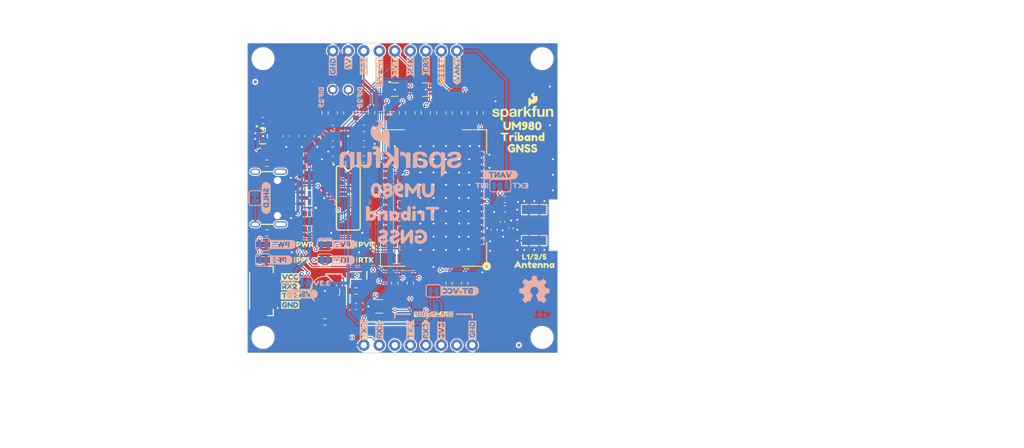
<source format=kicad_pcb>
(kicad_pcb (version 20221018) (generator pcbnew)
  (layers (0 "F.Cu" signal) (1 "In1.Cu" signal) (2 "In2.Cu" signal) (31 "B.Cu" signal) (34 "B.Paste" user) (35 "F.Paste" user) (36 "B.SilkS" user "B.Silkscreen") (37 "F.SilkS" user "F.Silkscreen") (38 "B.Mask" user) (39 "F.Mask" user) (44 "Edge.Cuts" user))
  (net 0 "")
  (net 1 "GND")
  (net 2 "+5V")
  (net 3 "+3.3V")
  (net 4 "Net-(F1-Pad1)")
  (net 5 "Net-(J1-CC1)")
  (net 6 "Net-(J1-CC2)")
  (net 9 "VCC_RF")
  (net 10 "ANT_BIAS")
  (net 11 "V_ANT_EXT")
  (net 12 "V_BCKP")
  (net 13 "Net-(D6-A2)")
  (net 14 "ANT_IN")
  (net 16 "Net-(D2-A)")
  (net 17 "Net-(D3-A)")
  (net 18 "Net-(D4-A)")
  (net 19 "PPS")
  (net 20 "RTK_STAT")
  (net 21 "PVT_STAT")
  (net 22 "RXD1")
  (net 23 "TXD1")
  (net 28 "ERR_STAT")
  (net 29 "RXD2")
  (net 30 "TXD2")
  (net 31 "TXD3")
  (net 32 "RXD3")
  (net 33 "EVENT")
  (net 34 "~{RESET}")
  (net 35 "ANT_OFF")
  (net 36 "ANT_DETECT")
  (net 37 "~{ANT_SHORT}")
  (net 38 "Net-(U5-BIF_28)")
  (net 39 "Net-(U5-BIF_29)")
  (net 40 "Net-(D5-PadC)")
  (net 41 "/D+")
  (net 42 "/D-")
  (net 43 "Net-(J6-Pin_1)")
  (net 44 "Net-(JP2-A)")
  (net 45 "Net-(JP3-A)")
  (net 46 "Net-(JP4-A)")
  (net 47 "Net-(JP5-A)")
  (net 59 "Net-(D1-A)")
  (net 60 "Net-(J1-SHIELD)")
  (net 62 "+3.3V_A")
  (net 63 "Net-(R13-Pad2)")
  (net 64 "Net-(R14-Pad2)")
  (net 65 "Net-(U5-TXD1)")
  (net 66 "Net-(U5-RXD1)")
  (net 67 "Net-(U5-TXD2)")
  (net 68 "Net-(U5-RXD2)")
  (net 69 "Net-(U5-TXD3)")
  (net 70 "Net-(U5-RXD3)")
  (net 71 "Net-(U5-ERR_STAT)")
  (net 72 "Net-(U5-RTK_STAT)")
  (net 73 "Net-(U5-PVT_STAT)")
  (net 74 "Net-(U5-PPS)")
  (net 75 "Net-(U5-EVENT)")
  (net 76 "Net-(U5-~{RESET})")
  (net 104 "Net-(J6-Pin_2)")
  (net 105 "Net-(J7-Pin_4)")
  (footprint "kibuzzard-64C2E6A3" (layer "F.Cu") (at 110.998 134.62)
    (fp_text reference "kibuzzard-64C2E6A3" hide)
    (fp_text value "G***" hide)
  )
  (footprint "SparkFun-LED:LED_0603_1608Metric" (layer "F.Cu") (at 107.95 137.16 180)
    (fp_text reference "D4")
    (fp_text value "Yellow")
  )
  (footprint "kibuzzard-64E774C0" (layer "F.Cu") (at 130.81 148.59 90)
    (fp_text reference "kibuzzard-64E774C0" hide)
    (fp_text value "G***" hide)
  )
  (footprint "SparkFun-Resistor:R_0603_1608Metric" (layer "F.Cu") (at 137.16 113.03 90)
    (fp_text reference "R12")
    (fp_text value "10k")
  )
  (footprint "SparkFun-Aesthetic:Fiducial_0.5mm_Mask1mm" (layer "F.Cu") (at 102.87 107.95)
    (fp_text reference "FID3")
    (fp_text value "Fiducial_0.5")
  )
  (footprint "SparkFun-Resistor:R_0603_1608Metric" (layer "F.Cu") (at 132.08 113.03 90)
    (fp_text reference "R28")
    (fp_text value "33")
  )
  (footprint "kibuzzard-64D2969C" (layer "F.Cu") (at 146.646282 115.164976)
    (fp_text reference "kibuzzard-64D2969C" hide)
    (fp_text value "G***" hide)
  )
  (footprint "kibuzzard-64E774EF" (layer "F.Cu") (at 118.11 104.902 90)
    (fp_text reference "kibuzzard-64E774EF" hide)
    (fp_text value "G***" hide)
  )
  (footprint "SparkFun-Resistor:R_0603_1608Metric" (layer "F.Cu") (at 114.3 147.32 180)
    (fp_text reference "R8")
    (fp_text value "1k")
  )
  (footprint "SparkFun-Resistor:R_0603_1608Metric" (layer "F.Cu") (at 139.7 113.03 90)
    (fp_text reference "R34")
    (fp_text value "33")
  )
  (footprint "SparkFun-Resistor:R_0603_1608Metric" (layer "F.Cu") (at 114.3 137.16)
    (fp_text reference "R3")
    (fp_text value "1k")
  )
  (footprint "SparkFun-Capacitor:C_0603_1608Metric" (layer "F.Cu") (at 110.49 116.84 -90)
    (fp_text reference "C5")
    (fp_text value "100pF")
  )
  (footprint "SparkFun-Resistor:R_0603_1608Metric" (layer "F.Cu") (at 114.3 134.6)
    (fp_text reference "R6")
    (fp_text value "2.2k")
  )
  (footprint "SparkFun-Resistor:R_0603_1608Metric" (layer "F.Cu") (at 111.76 129.54)
    (fp_text reference "R15")
    (fp_text value "33")
  )
  (footprint "SparkFun-Connector:USB-C-16P" (layer "F.Cu") (at 107.95 127 -90)
    (fp_text reference "J1")
    (fp_text value "USB_C_Receptacle")
  )
  (footprint "SparkFun-Hardware:STAND-OFF" (layer "F.Cu") (at 149.86 149.86)
    (fp_text reference "ST2")
    (fp_text value "Stand_off")
  )
  (footprint "SparkFun-Resistor:R_0603_1608Metric" (layer "F.Cu") (at 128.27 140.97 -90)
    (fp_text reference "R20")
    (fp_text value "33")
  )
  (footprint "kibuzzard-64E77509" (layer "F.Cu") (at 123.19 106.426 90)
    (fp_text reference "kibuzzard-64E77509" hide)
    (fp_text value "G***" hide)
  )
  (footprint "SparkFun-Resistor:R_0603_1608Metric" (layer "F.Cu") (at 127 113.03 90)
    (fp_text reference "R18")
    (fp_text value "33")
  )
  (footprint "kibuzzard-64C2E6BD" (layer "F.Cu") (at 110.744 137.16)
    (fp_text reference "kibuzzard-64C2E6BD" hide)
    (fp_text value "G***" hide)
  )
  (footprint "SparkFun-Connector:JST-4-SMD-1.25MM-LOCKING" (layer "F.Cu") (at 102.87 142.24 -90)
    (fp_text reference "J6")
    (fp_text value "JST_Locking_4")
  )
  (footprint "kibuzzard-64C2EB16" (layer "F.Cu") (at 148.59 137.922)
    (fp_text reference "kibuzzard-64C2EB16" hide)
    (fp_text value "G***" hide)
  )
  (footprint "SparkFun-Resistor:R_0603_1608Metric" (layer "F.Cu") (at 134.62 113.03 90)
    (fp_text reference "R29")
    (fp_text value "33")
  )
  (footprint "SparkFun-Resistor:R_0603_1608Metric" (layer "F.Cu") (at 125.73 140.97 -90)
    (fp_text reference "R19")
    (fp_text value "33")
  )
  (footprint "SparkFun-Semiconductor-Standard:SOD-323" (layer "F.Cu") (at 119.38 139.7 180)
    (fp_text reference "D5")
    (fp_text value "PMEG4005EJ")
  )
  (footprint "SparkFun-Resistor:R_0603_1608Metric" (layer "F.Cu") (at 116.84 113.03 90)
    (fp_text reference "R13")
    (fp_text value "10k")
  )
  (footprint "SparkFun-Connector:1X09" (layer "F.Cu") (at 135.89 102.87 180)
    (fp_text reference "J8")
    (fp_text value "Conn_01x09")
  )
  (footprint "SparkFun-Resistor:R_0603_1608Metric" (layer "F.Cu") (at 104.775 121.285 180)
    (fp_text reference "R2")
    (fp_text value "5.1k")
  )
  (footprint "SparkFun-Resistor:R_0603_1608Metric" (layer "F.Cu") (at 104.14 137.16)
    (fp_text reference "R5")
    (fp_text value "2.2k")
  )
  (footprint "kibuzzard-64E77517" (layer "F.Cu") (at 125.73 105.664 90)
    (fp_text reference "kibuzzard-64E77517" hide)
    (fp_text value "G***" hide)
  )
  (footprint "SparkFun-Connector:1X01" (layer "F.Cu") (at 115.57 109.22)
    (fp_text reference "TP2")
    (fp_text value "TestPoint")
  )
  (footprint "kibuzzard-64E774E1" (layer "F.Cu") (at 115.57 105.41 90)
    (fp_text reference "kibuzzard-64E774E1" hide)
    (fp_text value "G***" hide)
  )
  (footprint "kibuzzard-64E7749D" (layer "F.Cu") (at 120.65 148.59 90)
    (fp_text reference "kibuzzard-64E7749D" hide)
    (fp_text value "G***" hide)
  )
  (footprint "SparkFun-LED:LED_0603_1608Metric" (layer "F.Cu") (at 107.95 134.62 180)
    (fp_text reference "D1")
    (fp_text value "Red")
  )
  (footprint "SparkFun-Resistor:R_0603_1608Metric" (layer "F.Cu") (at 104.14 134.62)
    (fp_text reference "R4")
    (fp_text value "1k")
  )
  (footprint "kibuzzard-64E774A4" (layer "F.Cu") (at 123.19 148.59 90)
    (fp_text reference "kibuzzard-64E774A4" hide)
    (fp_text value "G***" hide)
  )
  (footprint "SparkFun-Capacitor:C_0603_1608Metric" (layer "F.Cu") (at 107.95 116.84 -90)
    (fp_text reference "C2")
    (fp_text value "0.1uF")
  )
  (footprint "SparkFun-LED:LED_0603_1608Metric" (layer "F.Cu") (at 118.11 137.16 180)
    (fp_text reference "D2")
    (fp_text value "White")
  )
  (footprint "SparkFun-Capacitor:C_0603_1608Metric" (layer "F.Cu") (at 115.57 118.11)
    (fp_text reference "L2")
    (fp_text value "30Ω")
  )
  (footprint "SparkFun-Resistor:R_0603_1608Metric" (layer "F.Cu") (at 111.76 132.08)
    (fp_text reference "R16")
    (fp_text value "33")
  )
  (footprint "SparkFun-Resistor:R_0603_1608Metric" (layer "F.Cu") (at 119.38 113.03 90)
    (fp_text reference "R33")
    (fp_text value "33")
  )
  (footprint "SparkFun-Semiconductor-Standard:SO16" (layer "F.Cu") (at 118.11 127)
    (fp_text reference "U8")
    (fp_text value "CH340C")
  )
  (footprint "SparkFun-Aesthetic:Fiducial_0.5mm_Mask1mm" (layer "F.Cu") (at 146.05 151.13)
    (fp_text reference "FID4")
    (fp_text value "Fiducial_0.5")
  )
  (footprint "SparkFun-Capacitor:C_0603_1608Metric" (layer "F.Cu") (at 120.65 118.11)
    (fp_text reference "C15")
    (fp_text value "22uF")
  )
  (footprint "SparkFun-Connector:SMA-EDGE" (layer "F.Cu") (at 148.55315 131.445 -90)
    (fp_text reference "J5")
    (fp_text value "SMA_EdgeMount")
  )
  (footprint "SparkFun-Capacitor:C_0603_1608Metric" (layer "F.Cu") (at 115.57 115.57 180)
    (fp_text reference "C16")
    (fp_text value "0.1uF")
  )
  (footprint "SparkFun-Resistor:R_0603_1608Metric" (layer "F.Cu") (at 104.775 132.715 180)
    (fp_text reference "R1")
    (fp_text value "5.1k")
  )
  (footprint "SparkFun-Connector:1X06" (layer "F.Cu") (at 125.73 151.13)
    (fp_text reference "J7")
    (fp_text value "Conn_01x06")
  )
  (footprint "SparkFun-Hardware:STAND-OFF" (layer "F.Cu") (at 149.86 104.14)
    (fp_text reference "ST1")
    (fp_text value "Stand_off")
  )
  (footprint "kibuzzard-64ED0510" (layer "F.Cu") (at 108.585 139.954)
    (fp_text reference "kibuzzard-64ED0510" hide)
    (fp_text value "G***" hide)
  )
  (footprint "SparkFun-Semiconductor-Standard:SOT23-5" (layer "F.Cu") (at 104.14 116.84)
    (fp_text reference "U2")
    (fp_text value "AP2112K-3.3")
  )
  (footprint "kibuzzard-64E774B1" (layer "F.Cu") (at 128.27 148.59 90)
    (fp_text reference "kibuzzard-64E774B1" hide)
    (fp_text value "G***" hide)
  )
  (footprint "SparkFun-Capacitor:C_0603_1608Metric" (layer "F.Cu") (at 143.764 127.254)
    (fp_text reference "C4")
    (fp_text value "0.1uF")
  )
  (footprint "kibuzzard-64D296A7" (layer "F.Cu") (at 146.646282 116.942976)
    (fp_text reference "kibuzzard-64D296A7" hide)
    (fp_text value "G***" hide)
  )
  (footprint "kibuzzard-64C2E6C9" (layer "F.Cu") (at 121.158 134.62)
    (fp_text reference "kibuzzard-64C2E6C9" hide)
    (fp_text value "G***" hide)
  )
  (footprint "SparkFun-Connector:1X01" (layer "F.Cu") (at 118.11 109.22)
    (fp_text reference "TP1")
    (fp_text value "TestPoint")
  )
  (footprint "kibuzzard-64E77534" (layer "F.Cu") (at 130.81 105.41 90)
    (fp_text reference "kibuzzard-64E77534" hide)
    (fp_text value "G***" hide)
  )
  (footprint "SparkFun-Resistor:R_0603_1608Metric" (layer "F.Cu") (at 129.54 113.03 90)
    (fp_text reference "R27")
    (fp_text value "33")
  )
  (footprint "SparkFun-Aesthetic:SparkFun_Logo_10mm" (layer "F.Cu") (at 146.646282 113.005976)
    (fp_text reference "G***")
    (fp_text value "LOGO" hide)
  )
  (footprint "SparkFun-Capacitor:C_0603_1608Metric" (layer "F.Cu") (at 113.03 116.84 -90)
    (fp_text reference "C8")
    (fp_text value "1.0uF")
  )
  (footprint "SparkFun-Fuse:1206" (layer "F.Cu") (at 111.76 121.92 90)
    (fp_text reference "F1")
    (fp_text value "6V/0.75A/1.5A")
  )
  (footprint "SparkFun-LED:LED_0603_1608Metric" (layer "F.Cu") (at 118.1 134.6 180)
    (fp_text reference "D3")
    (fp_text value "Blue")
  )
  (footprint "SparkFun-Capacitor:C_0603_1608Metric" (layer "F.Cu") (at 141.986 132.207 -90)
    (fp_text reference "C7")
    (fp_text value "100pF")
  )
  (footprint "SparkFun-Semiconductor-Standard:SOT-353" (layer "F.Cu") (at 125.73 109.22)
    (fp_text reference "D10")
    (fp_text value "PESD3V3L4UG")
  )
  (footprint "kibuzzard-65087150" (layer "F.Cu") (at 133.35 148.717 90)
    (fp_text reference "kibuzzard-65087150" hide)
    (fp_text value "G***" hide)
  )
  (footprint "SparkFun-Capacitor:C_0603_1608Metric" (layer "F.Cu") (at 120.65 120.65)
    (fp_text reference "C12")
    (fp_text value "2.2uF")
  )
  (footprint "kibuzzard-64E774FC" (layer "F.Cu") (at 120.65 105.41 90)
    (fp_text reference "kibuzzard-64E774FC" hide)
    (fp_text value "G***" hide)
  )
  (footprint "kibuzzard-64C2EB11" (layer "F.Cu") (at 148.59 136.652)
    (fp_text reference "kibuzzard-64C2EB11" hide)
    (fp_text value "G***" hide)
  )
  (footprint "kibuzzard-64E77524" (layer "F.Cu") (at 128.27 105.537 90)
    (fp_text reference "kibuzzard-64E77524" hide)
    (fp_text value "G***" hide)
  )
  (footprint "SparkFun-Resistor:R_0603_1608Metric" (layer "F.Cu") (at 114.3 113.03 90)
    (fp_text reference "R14")
    (fp_text value "10k")
  )
  (footprint "SparkFun-Aesthetic:ORDERING_INSTRUCTIONS" (layer "F.Cu") (at 165.223 101.85)
    (fp_text reference "U7" hide)
    (fp_text value "~" hide)
  )
  (footprint "SparkFun-Semiconductor-Standard:SOT-353" (layer "F.Cu") (at 130.81 109.22 180)
    (fp_text reference "D11")
    (fp_text value "PESD3V3L4UG")
  )
  (footprint "SparkFun-Capacitor:C_0603_1608Metric" (layer "F.Cu") (at 143.764 128.778)
    (fp_text reference "C6")
    (fp_text value "100pF")
  )
  (footprint "SparkFun-Connector:1X02" (layer "F.Cu") (at 120.65 151.13)
    (fp_text reference "J4")
    (fp_text value "Conn_01x02")
  )
  (footprint "kibuzzard-64ED0553" (layer "F.Cu") (at 108.585 144.526)
    (fp_text reference "kibuzzard-64ED0553" hide)
    (fp_text value "G***" hide)
  )
  (footprint "kibuzzard-6501FDDA" (layer "F.Cu") (at 132.08 146.05)
    (fp_text reference "kibuzzard-6501FDDA" hide)
    (fp_text value "G***" hide)
  )
  (footprint "SparkFun-Semiconductor-Standard:SOT-353" (layer "F.Cu") (at 123.19 144.78)
    (fp_text reference "D9")
    (fp_text value "PESD3V3L4UG")
  )
  (footprint "SparkFun-Resistor:R_0603_1608Metric" (layer "F.Cu") (at 121.92 113.03 90)
    (fp_text reference "R32")
    (fp_text value "33")
  )
  (footprint "kibuzzard-64E7754F" (layer "F.Cu") (at 135.89 106.172 90)
    (fp_text reference "kibuzzard-64E7754F" hide)
    (fp_text value "G***" hide)
  )
  (footprint "SparkFun-Resistor:R_0603_1608Metric" (layer "F.Cu") (at 134.62 140.97 -90)
    (fp_text reference "R31")
    (fp_text value "33")
  )
  (footprint "SparkFun-Capacitor:C_0603_1608Metric" (layer "F.Cu") (at 104.14 114.3)
    (fp_text reference "C1")
    (fp_text value "0.1uF")
  )
  (footprint "kibuzzard-64C2E6D6" (layer "F.Cu") (at 121.031 137.16)
    (fp_text reference "kibuzzard-64C2E6D6" hide)
    (fp_text value "G***" hide)
  )
  (footprint "SparkFun-Semiconductor-Standard:SOT23-6" (layer "F.Cu") (at 111.76 127 180)
    (fp_text reference "U1")
    (fp_text value "TVS_DIODE_ARRAY")
  )
  (footprint "SparkFun-Resistor:R_0603_1608Metric" (layer "F.Cu") (at 124.46 113.03 90)
    (fp_text reference "R17")
    (fp_text value "33")
  )
  (footprint "SparkFun-Battery:ML414H_IV01E" (layer "F.Cu") (at 114.3 142.24)
    (fp_text reference "BT1")
    (fp_text value "ML414H")
  )
  (footprint "SparkFun-Capacitor:C_0603_1608Metric" (layer "F.Cu") (at 115.57 120.65 180)
    (fp_text reference "C13")
    (fp_text value "100pF")
  )
  (footprint "kibuzzard-64D296AE" (layer "F.Cu") (at 146.646282 118.847976)
    (fp_text reference "kibuzzard-64D296AE" hide)
    (fp_text value "G***" hide)
  )
  (footprint "kibuzzard-64ED0536" (layer "F.Cu") (at 108.712 141.478)
    (fp_text reference "kibuzzard-64ED0536" hide)
    (fp_text value "G***" hide)
  )
  (footprint "SparkFun-Hardware:STAND-OFF" (layer "F.Cu") (at 104.14 104.14)
    (fp_text reference "ST3")
    (fp_text value "Stand_off")
  )
  (footprint "SparkFun-Resistor:R_0603_1608Metric" (layer "F.Cu") (at 137.16 140.97 -90)
    (fp_text reference "R30")
    (fp_text value "33")
  )
  (footprint "SparkFun-Capacitor:C_0603_1608Metric" (layer "F.Cu") (at 119.38 144.78)
    (fp_text reference "C3")
    (fp_text value "1.0uF")
  )
  (footprint "kibuzzard-64E773DA" (layer "F.Cu") (at 138.43 148.59 90)
    (fp_text reference "kibuzzard-64E773DA" hide)
    (fp_text value "G***" hide)
  )
  (footprint "SparkFun-Capacitor:C_0402_1005Metric" (layer "F.Cu") (at 143.383 130.937 -90)
    (fp_text reference "L1")
    (fp_text value "68nH")
  )
  (footprint "SparkFun-Aesthetic:Creative_Commons_License" (layer "F.Cu") (at 107.95 163.83)
    (fp_text reference "G1" hide)
    (fp_text value "OSHW_Logo" hide)
  )
  (footprint "kibuzzard-64E77542" (layer "F.Cu") (at 133.35 106.299 90)
    (fp_text reference "kibuzzard-64E77542" hide)
    (fp_text value "G***" hide)
  )
  (footprint "SparkFun-Resistor:R_0603_1608Metric" (layer "F.Cu") (at 119.38 142.24)
    (fp_text reference "R7")
    (fp_text value "1k")
  )
  (footprint "SparkFun-Capacitor:C_0402_1005Metric" (layer "F.Cu") (at 144.78 131.953 90)
    (fp_text reference "D6")
    (fp_text value "PESD0402")
  )
  (footprint "kibuzzard-64ED0547" (layer "F.Cu") (at 108.712 143.002)
    (fp_text reference "kibuzzard-64ED0547" hide)
    (fp_text value "G***" hide)
  )
  (footprint "SparkFun-Capacitor:C_0603_1608Metric" (layer "F.Cu") (at 120.65 115.57)
    (fp_text reference "C17")
    (fp_text value "22uF")
  )
  (footprint "SparkFun-Hardware:STAND-OFF" (layer "F.Cu") (at 104.14 149.86)
    (fp_text reference "ST4")
    (fp_text value "Stand_off")
  )
  (footprint "SparkFun-GPS:UM980" (layer "F.Cu") (at 132.08 127 90)
    (fp_text reference "U5")
    (fp_text value "UM980")
  )
  (footprint "kibuzzard-64E774F5" (layer "B.Cu") (at 118.11 104.902 -90)
    (fp_text reference "kibuzzard-64E774F5" hide)
    (fp_text value "G***" hide)
  )
  (footprint "kibuzzard-64E7750F" (layer "B.Cu") (at 123.19 106.553 -90)
    (fp_text reference "kibuzzard-64E7750F" hide)
    (fp_text value "G***" hide)
  )
  (footprint "kibuzzard-64E773E5" (layer "B.Cu") (at 138.43 148.59 -90)
    (fp_text reference "kibuzzard-64E773E5" hide)
    (fp_text value "G***" hide)
  )
  (footprint "kibuzzard-64E7752B" (layer "B.Cu") (at 128.27 105.537 -90)
    (fp_text reference "kibuzzard-64E7752B" hide)
    (fp_text value "G***" hide)
  )
  (footprint "kibuzzard-64E77548" (layer "B.Cu") (at 133.35 106.299 -90)
    (fp_text reference "kibuzzard-64E77548" hide)
    (fp_text value "G***" hide)
  )
  (footprint "kibuzzard-64E7753A" (layer "B.Cu") (at 130.81 105.41 -90)
    (fp_text reference "kibuzzard-64E7753A" hide)
    (fp_text value "G***" hide)
  )
  (footprint "SparkFun-Jumper:SMT-JUMPER_2_NC_TRACE_SILK" (layer "B.Cu") (at 104.14 137.16)
    (fp_text reference "JP3")
    (fp_text value "~")
  )
  (footprint "kibuzzard-64C3DF93" (layer "B.Cu") (at 104.647542 127 -90)
    (fp_text reference "kibuzzard-64C3DF93" hide)
    (fp_text value "G***" hide)
  )
  (footprint "kibuzzard-64C2EADB" (layer "B.Cu") (at 113.665 110.49 -90)
    (fp_text reference "kibuzzard-64C2EADB" hide)
    (fp_text value "G***" hide)
  )
  (footprint "kibuzzard-64C41486" (layer "B.Cu") (at 143.002 123.19 180)
    (fp_text reference "kibuzzard-64C41486" hide)
    (fp_text value "G***" hide)
  )
  (footprint "kibuzzard-650885D8" (layer "B.Cu") (at 136.398 142.24 180)
    (fp_text reference "kibuzzard-650885D8" hide)
    (fp_text value "G***" hide)
  )
  (footprint "kibuzzard-650880D6" (layer "B.Cu") (at 127 125.73 180)
    (fp_text reference "kibuzzard-650880D6" hide)
    (fp_text value "G***" hide)
  )
  (footprint "kibuzzard-64E77494" (layer "B.Cu") (at 120.65 148.59 -90)
    (fp_text reference "kibuzzard-64E77494" hide)
    (fp_text value "G***" hide)
  )
  (footprint "SparkFun-Jumper:SMT-JUMPER_2_NC_TRACE_SILK" (layer "B.Cu") (at 102.87 127 -90)
    (fp_text reference "JP7")
    (fp_text value "~")
  )
  (footprint "kibuzzard-64CB1658" (layer "B.Cu") (at 107.188 137.16 180)
    (fp_text reference "kibuzzard-64CB1658" hide)
    (fp_text value "G***" hide)
  )
  (footprint "kibuzzard-64CB1646" (layer "B.Cu") (at 107.442 134.62 180)
    (fp_text reference "kibuzzard-64CB1646" hide)
    (fp_text value "G***" hide)
  )
  (footprint "SparkFun-Jumper:SMT-JUMPER_3_1-NC_TRACE_SILK" (layer "B.Cu") (at 110.49 140.97 180)
    (fp_text reference "JP6")
    (fp_text value "~")
  )
  (footprint "kibuzzard-64ED068F" (layer "B.Cu") (at 146.304 124.968 180)
    (fp_text reference "kibuzzard-64ED068F" hide)
    (fp_text value "G***" hide)
  )
  (footprint "SparkFun-Jumper:SMT-JUMPER_3_1-NC_TRACE_SILK" (layer "B.Cu") (at 143.002 124.968)
    (fp_text reference "JP1")
    (fp_text value "~")
  )
  (footprint "SparkFun-Aesthetic:Fiducial_0.5mm_Mask1mm" (layer "B.Cu") (at 102.87 107.95 180)
    (fp_text reference "FID2")
    (fp_text value "Fiducial_0.5")
  )
  (footprint "kibuzzard-64C2E77C" (layer "B.Cu") (at 117.5 134.6 180)
    (fp_text reference "kibuzzard-64C2E77C" hide)
    (fp_text value "G***" hide)
  )
  (footprint "SparkFun-Aesthetic:Fiducial_0.5mm_Mask1mm" (layer "B.Cu") (at 146.05 151.13 180)
    (fp_text reference "FID1")
    (fp_text value "Fiducial_0.5")
  )
  (footprint "SparkFun-Aesthetic:SparkFun_Logo_20mm" (layer "B.Cu") (at 127 120.65 180)
    (fp_text reference "G***" hide)
    (fp_text value "LOGO" hide)
  )
  (footprint "kibuzzard-64ED0652" (layer "B.Cu") (at 107.696 140.97 180)
    (fp_text reference "kibuzzard-64ED0652" hide)
    (fp_text value "G***" hide)
  )
  (footprint "kibuzzard-64ED0645" (layer "B.Cu") (at 113.792 140.97 180)
    (fp_text reference "kibuzzard-64ED0645" hide)
    (fp_text value "G***" hide)
  )
  (footprint "kibuzzard-64E774AA" (layer "B.Cu") (at 123.19 148.59 -90)
    (fp_text reference "kibuzzard-64E774AA" hide)
    (fp_text value "G***" hide)
  )
  (footprint "kibuzzard-64C2EAF0" (layer "B.Cu") (at 120.015 110.49 -90)
    (fp_text reference "kibuzzard-64C2EAF0" hide)
    (fp_text value "G***" hide)
  )
  (footprint "SparkFun-Aesthetic:OSHW_Logo_5mm" (layer "B.Cu") (at 148.59 142.24 180)
    (fp_text reference "Ref**" hide)
    (fp_text value "Val**" hide)
  )
  (footprint "SparkFun-Jumper:SMT-JUMPER_2_NC_TRACE_SILK" (layer "B.Cu") (at 114.3 134.6)
    (fp_text reference "JP4")
    (fp_text value "~")
  )
  (footprint "kibuzzard-64ED0681" (layer "B.Cu") (at 139.954 124.968 180)
    (fp_text reference "kibuzzard-64ED0681" hide)
    (fp_text value "G***" hide)
  )
  (footprint "kibuzzard-64E774C8" (layer "B.Cu") (at 130.81 148.59 -90)
    (fp_text reference "kibuzzard-64E774C8" hide)
    (fp_text value "G***" hide)
  )
  (footprint "kibuzzard-650880E6" (layer "B.Cu") (at 127 133.35 180)
    (fp_text reference "kibuzzard-650880E6" hide)
    (fp_text value "G***" hide)
  )
  (footprint "kibuzzard-64E7751D" (layer "B.Cu") (at 125.73 105.664 -90)
    (fp_text reference "kibuzzard-64E7751D" hide)
    (fp_text value "G***" hide)
  )
  (footprint "kibuzzard-650880DF" (layer "B.Cu") (at 127 129.54 180)
    (fp_text reference "kibuzzard-650880DF" hide)
    (fp_text value "G***" hide)
  )
  (footprint "kibuzzard-64E77501" (layer "B.Cu") (at 120.65 105.41 -90)
    (fp_text reference "kibuzzard-64E77501" hide)
    (fp_text value "G***" hide)
  )
  (footprint "kibuzzard-64C2E9A2" (layer "B.Cu") (at 110.49 142.748 180)
    (fp_text reference "kibuzzard-64C2E9A2" hide)
    (fp_text value "G***" hide)
  )
  (footprint "SparkFun-Jumper:SMT-JUMPER_2_NC_TRACE_SILK" (layer "B.Cu") (at 104.14 134.62)
    (fp_text reference "JP2")
    (fp_text value "~")
  )
  (footprint "kibuzzard-64E77555" (layer "B.Cu") (at 135.89 106.172 -90)
    (fp_text reference "kibuzzard-64E77555" hide)
    (fp_text value "G***" hide)
  )
  (footprint "kibuzzard-65087158" (layer "B.Cu") (at 133.35 148.717 -90)
    (fp_text reference "kibuzzard-65087158" hide)
    (fp_text value "G***" hide)
  )
  (footprint "kibuzzard-64C2E728" (layer "B.Cu") (at 117.348 137.16 180)
    (fp_text reference "kibuzzard-64C2E728" hide)
    (fp_text value "G***" hide)
  )
  (footprint "kibuzzard-6501FDDA" (layer "B.Cu") (at 132.08 146.05 180)
    (fp_text reference "kibuzzard-6501FDDA" hide)
    (fp_text value "G***" hide)
  )
  (footprint "kibuzzard-64E774B8" (layer "B.Cu") (at 128.27 148.59 -90)
    (fp_text reference "kibuzzard-64E774B8" hide)
    (fp_text value "G***" hide)
  )
  (footprint "SparkFun-Jumper:SMT-JUMPER_2_NC_TRACE_SILK" (layer "B.Cu") (at 132.08 142.24 180)
    (fp_text reference "JP8")
    (fp_text value "BT-VCC")
  )
  (footprint "kibuzzard-64E774E7" (layer "B.Cu") (at 115.57 105.41 -90)
    (fp_text reference "kibuzzard-64E774E7" hide)
    (fp_text value "G***" hide)
  )
  (footprint "SparkFun-Jumper:SMT-JUMPER_2_NC_TRACE_SILK" (layer "B.Cu") (at 114.3 137.16)
    (fp_text reference "JP5")
    (fp_text value "~")
  )
  (gr_line (start 138.43 146.05) (end 138.43 146.685) (stroke (width 0.2032)) (layer "B.SilkS"))
  (gr_line (start 135.89 146.05) (end 138.43 146.05) (stroke (width 0.2032)) (layer "B.SilkS"))
  (gr_line (start 125.73 146.05) (end 125.73 146.685) (stroke (width 0.2032)) (layer "B.SilkS"))
  (gr_line (start 128.27 146.05) (end 125.73 146.05) (stroke (width 0.2032)) (layer "B.SilkS"))
  (gr_line (start 138.43 146.685) (end 138.43 146.05) (stroke (width 0.2032)) (layer "F.SilkS"))
  (gr_line (start 125.73 146.685) (end 125.73 146.05) (stroke (width 0.2032)) (layer "F.SilkS"))
  (gr_line (start 138.43 146.05) (end 135.89 146.05) (stroke (width 0.2032)) (layer "F.SilkS"))
  (gr_line (start 125.73 146.05) (end 128.27 146.05) (stroke (width 0.2032)) (layer "F.SilkS"))
  (gr_poly (pts (xy 101.6 152.4) (xy 101.6 101.6) (xy 152.4 101.6) (xy 152.4 127.254) (xy 151.003 127.254) (xy 151.003 135.636) (xy 152.4 135.636) (xy 152.4 152.4)) (stroke (width 0.1)) (fill none) (layer "Edge.Cuts"))
  (gr_text "v11" (at 149.86 146.05) (layer "B.Cu" knockout) (effects (font (size 1 1) (thickness 0.25) bold) (justify mirror)))
  (segment (start 107.61 123.775) (end 108.635 123.775) (width 0.4064) (layer "F.Cu") (net 1))
  (segment (start 108.635 130.225) (end 108.712 130.302) (width 0.4064) (layer "F.Cu") (net 1))
  (segment (start 132.08 136.95) (end 132.08 138.303) (width 0.348996) (layer "F.Cu") (net 1))
  (segment (start 113.1351 127) (end 114.173 127) (width 0.4064) (layer "F.Cu") (net 1))
  (segment (start 124.93 109.22) (end 125.73 109.22) (width 0.4064) (layer "F.Cu") (net 1))
  (segment (start 130.81 109.22) (end 131.61 109.22) (width 0.4064) (layer "F.Cu") (net 1))
  (segment (start 122.39 144.78) (end 121.412 144.78) (width 0.1778) (layer "F.Cu") (net 1))
  (segment (start 104.14 116.84) (end 104.164325 116.864325) (width 0.4064) (layer "F.Cu") (net 1))
  (segment (start 148.55315 133.985) (end 145.796 133.985) (width 0.1778) (layer "F.Cu") (net 1))
  (segment (start 107.61 130.225) (end 108.635 130.225) (width 0.4064) (layer "F.Cu") (net 1))
  (segment (start 102.8399 116.84) (end 104.14 116.84) (width 0.4064) (layer "F.Cu") (net 1))
  (segment (start 108.635 123.775) (end 108.712 123.698) (width 0.4064) (layer "F.Cu") (net 1))
  (segment (start 114.173 127) (end 114.3 127.127) (width 0.4064) (layer "F.Cu") (net 1))
  (via (at 106.553 145.034) (size 0.6096) (drill 0.3048) (layers "F.Cu" "B.Cu") (net 1))
  (via (at 140.081 139.192) (size 0.6096) (drill 0.3048) (layers "F.Cu" "B.Cu") (net 1))
  (via (at 114.173 127) (size 0.6096) (drill 0.3048) (layers "F.Cu" "B.Cu") (net 1))
  (via (at 151.638 125.73) (size 0.6096) (drill 0.3048) (layers "F.Cu" "B.Cu") (net 1))
  (via (at 113.03 118.618) (size 0.6096) (drill 0.3048) (layers "F.Cu" "B.Cu") (net 1))
  (via (at 148.59 127.508) (size 0.6096) (drill 0.3048) (layers "F.Cu" "B.Cu") (net 1))
  (via (at 118.11 116.84) (size 0.6096) (drill 0.3048) (layers "F.Cu" "B.Cu") (net 1))
  (via (at 132.08 135.509) (size 0.6096) (drill 0.3048) (layers "F.Cu" "B.Cu") (net 1))
  (via (at 134.112 124.841) (size 0.6096) (drill 0.3048) (layers "F.Cu" "B.Cu") (net 1))
  (via (at 141.224 119.888) (size 0.6096) (drill 0.3048) (layers "F.Cu" "B.Cu") (net 1))
  (via (at 134.112 122.809) (size 0.6096) (drill 0.3048) (layers "F.Cu" "B.Cu") (net 1))
  (via (at 134.112 120.65) (size 0.6096) (drill 0.3048) (layers "F.Cu" "B.Cu") (net 1))
  (via (at 139.573 118.491) (size 0.6096) (drill 0.3048) (layers "F.Cu" "B.Cu") (net 1))
  (via (at 129.921 129.159) (size 0.6096) (drill 0.3048) (layers "F.Cu" "B.Cu") (net 1))
  (via (at 134.112 133.35) (size 0.6096) (drill 0.3048) (layers "F.Cu" "B.Cu") (net 1))
  (via (at 148.59 135.509) (size 0.6096) (drill 0.3048) (layers "F.Cu" "B.Cu") (net 1))
  (via (at 134.112 127) (size 0.6096) (drill 0.3048) (layers "F.Cu" "B.Cu") (net 1))
  (via (at 145.923 127.635) (size 0.6096) (drill 0.3048) (layers "F.Cu" "B.Cu") (net 1))
  (via (at 151.13 115.062) (size 0.6096) (drill 0.3048) (layers "F.Cu" "B.Cu") (net 1))
  (via (at 122.428 118.11) (size 0.6096) (drill 0.3048) (layers "F.Cu" "B.Cu") (net 1))
  (via (at 137.795 135.382) (size 0.6096) (drill 0.3048) (layers "F.Cu" "B.Cu") (net 1))
  (via (at 132.08 118.491) (size 0.6096) (drill 0.3048) (layers "F.Cu" "B.Cu") (net 1))
  (via (at 129.921 120.65) (size 0.6096) (drill 0.3048) (layers "F.Cu" "B.Cu") (net 1))
  (via (at 113.792 120.65) (size 0.6096) (drill 0.3048) (layers "F.Cu" "B.Cu") (net 1))
  (via (at 142.24 111.125) (size 0.6096) (drill 0.3048) (layers "F.Cu" "B.Cu") (net 1))
  (via (at 132.08 138.303) (size 0.6096) (drill 0.3048) (layers "F.Cu" "B.Cu") (net 1))
  (via (at 145.796 133.985) (size 0.6096) (drill 0.3048) (layers "F.Cu" "B.Cu") (net 1))
  (via (at 134.112 129.159) (size 0.6096) (drill 0.3048) (layers "F.Cu" "B.Cu") (net 1))
  (via (at 136.271 135.509) (size 0.6096) (drill 0.3048) (layers "F.Cu" "B.Cu") (net 1))
  (via (at 137.922 124.841) (size 0.6096) (drill 0.3048) (layers "F.Cu" "B.Cu") (net 1))
  (via (at 143.383 132.334) (size 0.6096) (drill 0.3048) (layers "F.Cu" "B.Cu") (net 1))
  (via (at 125.73 118.491) (size 0.6096) (drill 0.3048) (layers "F.Cu" "B.Cu") (net 1))
  (via (at 145.796 128.905) (size 0.6096) (drill 0.3048) (layers "F.Cu" "B.Cu") (net 1))
  (via (at 141.224 122.047) (size 0.6096) (drill 0.3048) (layers "F.Cu" "B.Cu") (net 1))
  (via (at 119.888 135.89) (size 0.6096) (drill 0.3048) (layers "F.Cu" "B.Cu") (net 1))
  (via (at 137.922 122.809) (size 0.6096) (drill 0.3048) (layers "F.Cu" "B.Cu") (net 1))
  (via (at 132.08 133.35) (size 0.6096) (drill 0.3048) (layers "F.Cu" "B.Cu") (net 1))
  (via (at 108.712 130.302) (size 0.6096) (drill 0.3048) (layers "F.Cu" "B.Cu") (net 1))
  (via (at 141.351 135.636) (size 0.6096) (drill 0.3048) (layers "F.Cu" "B.Cu") (net 1))
  (via (at 137.922 120.65) (size 0.6096) (drill 0.3048) (layers "F.Cu" "B.Cu") (net 1))
  (via (at 129.921 131.191) (size 0.6096) (drill 0.3048) (layers "F.Cu" "B.Cu") (net 1))
  (via (at 132.08 127) (size 0.6096) (drill 0.3048) (layers "F.Cu" "B.Cu") (net 1))
  (via (at 132.08 131.191) (size 0.6096) (drill 0.3048) (layers "F.Cu" "B.Cu") (net 1))
  (via (at 132.08 124.841) (size 0.6096) (drill 0.3048) (layers "F.Cu" "B.Cu") (net 1))
  (via (at 114.3 142.24) (size 0.6096) (drill 0.3048) (layers "F.Cu" "B.Cu") (net 1))
  (via (at 132.08 129.159) (size 0.6096) (drill 0.3048) (layers "F.Cu" "B.Cu") (net 1))
  (via (at 137.795 127) (size 0.6096) (drill 0.3048) (layers "F.Cu" "B.Cu") (net 1))
  (via (at 145.796 132.207) (size 0.6096) (drill 0.3048) (layers "F.Cu" "B.Cu") (net 1))
  (via (at 151.638 123.19) (size 0.6096) (drill 0.3048) (layers "F.Cu" "B.Cu") (net 1))
  (via (at 137.795 133.35) (size 0.6096) (drill 0.3048) (layers "F.Cu" "B.Cu") (net 1))
  (via (at 136.271 133.35) (size 0.6096) (drill 0.3048) (layers "F.Cu" "B.Cu") (net 1))
  (via (at 134.112 118.491) (size 0.6096) (drill 0.3048) (layers "F.Cu" "B.Cu") (net 1))
  (via (at 132.08 120.65) (size 0.6096) (drill 0.3048) (layers "F.Cu" "B.Cu") (net 1))
  (via (at 132.08 122.809) (size 0.6096) (drill 0.3048) (layers "F.Cu" "B.Cu") (net 1))
  (via (at 134.112 131.191) (size 0.6096) (drill 0.3048) (layers "F.Cu" "B.Cu") (net 1))
  (via (at 129.921 118.491) (size 0.6096) (drill 0.3048) (layers "F.Cu" "B.Cu") (net 1))
  (via (at 129.921 122.809) (size 0.6096) (drill 0.3048) (layers "F.Cu" "B.Cu") (net 1))
  (via (at 136.271 131.191) (size 0.6096) (drill 0.3048) (layers "F.Cu" "B.Cu") (net 1))
  (via (at 121.412 144.78) (size 0.6096) (drill 0.3048) (layers "F.Cu" "B.Cu") (net 1))
  (via (at 137.795 131.191) (size 0.6096) (drill 0.3048) (layers "F.Cu" "B.Cu") (net 1))
  (via (at 136.271 118.491) (size 0.6096) (drill 0.3048) (layers "F.Cu" "B.Cu") (net 1))
  (via (at 114.808 119.38) (size 0.6096) (drill 0.3048) (layers "F.Cu" "B.Cu") (net 1))
  (via (at 108.839 135.89) (size 0.6096) (drill 0.3048) (layers "F.Cu" "B.Cu") (net 1))
  (via (at 143.51 133.35) (size 0.6096) (drill 0.3048) (layers "F.Cu" "B.Cu") (net 1))
  (via (at 138.049 118.491) (size 0.6096) (drill 0.3048) (layers "F.Cu" "B.Cu") (net 1))
  (via (at 151.13 108.712) (size 0.6096) (drill 0.3048) (layers "F.Cu" "B.Cu") (net 1))
  (via (at 136.271 122.809) (size 0.6096) (drill 0.3048) (layers "F.Cu" "B.Cu") (net 1))
  (via (at 142 129.3) (size 0.6096) (drill 0.3048) (layers "F.Cu" "B.Cu") (net 1))
  (via (at 122.428 115.57) (size 0.6096) (drill 0.3048) (layers "F.Cu" "B.Cu") (net 1))
  (via (at 137.795 129.159) (size 0.6096) (drill 0.3048) (layers "F.Cu" "B.Cu") (net 1))
  (via (at 110.49 118.618) (size 0.6096) (drill 0.3048) (layers "F.Cu" "B.Cu") (net 1))
  (via (at 129.921 127) (size 0.6096) (drill 0.3048) (layers "F.Cu" "B.Cu") (net 1))
  (via (at 150.241 135.509) (size 0.6096) (drill 0.3048) (layers "F.Cu" "B.Cu") (net 1))
  (via (at 141.351 134.112) (size 0.6096) (drill 0.3048) (layers "F.Cu" "B.Cu") (net 1))
  (via (at 136.271 120.65) (size 0.6096) (drill 0.3048) (layers "F.Cu" "B.Cu") (net 1))
  (via (at 145.796 135.509) (size 0.6096) (drill 0.3048) (layers "F.Cu" "B.Cu") (net 1))
  (via (at 120.396 132.715) (size 0.6096) (drill 0.3048) (layers "F.Cu" "B.Cu") (net 1))
  (via (at 118.11 119.38) (size 0.6096) (drill 0.3048) (layers "F.Cu" "B.Cu") (net 1))
  (via (at 144.78 130.683) (size 0.6096) (drill 0.3048) (layers "F.Cu" "B.Cu") (net 1))
  (via (at 129.921 133.35) (size 0.6096) (drill 0.3048) (layers "F.Cu" "B.Cu") (net 1))
  (via (at 140.843 131.953) (size 0.6096) (drill 0.3048) (layers "F.Cu" "B.Cu") (net 1))
  (via (at 125.73 109.22) (size 0.6096) (drill 0.3048) (layers "F.Cu" "B.Cu") (net 1))
  (via (at 136.271 124.841) (size 0.6096) (drill 0.3048) (layers "F.Cu" "B.Cu") (net 1))
  (via (at 107.95 118.618) (size 0.6096) (drill 0.3048) (layers "F.Cu" "B.Cu") (net 1))
  (via (at 129.921 135.509) (size 0.6096) (drill 0.3048) (layers "F.Cu" "B.Cu") (net 1))
  (via (at 151.638 120.65) (size 0.6096) (drill 0.3048) (layers "F.Cu" "B.Cu") (net 1))
  (via (at 104.164325 116.864325) (size 0.6096) (drill 0.3048) (layers "F.Cu" "B.Cu") (net 1))
  (via (at 136.271 129.159) (size 0.6096) (drill 0.3048) (layers "F.Cu" "B.Cu") (net 1))
  (via (at 108.712 123.698) (size 0.6096) (drill 0.3048) (layers "F.Cu" "B.Cu") (net 1))
  (via (at 115.316 132.715) (size 0.6096) (drill 0.3048) (layers "F.Cu" "B.Cu") (net 1))
  (via (at 146.939 127.508) (size 0.6096) (drill 0.3048) (layers "F.Cu" "B.Cu") (net 1))
  (via (at 145.796 130.556) (size 0.6096) (drill 0.3048) (layers "F.Cu" "B.Cu") (net 1))
  (via (at 130.81 109.22) (size 0.6096) (drill 0.3048) (layers "F.Cu" "B.Cu") (net 1))
  (via (at 134.112 135.509) (size 0.6096) (drill 0.3048) (layers "F.Cu" "B.Cu") (net 1))
  (via (at 150.241 127.508) (size 0.6096) (drill 0.3048) (layers "F.Cu" "B.Cu") (net 1))
  (via (at 129.921 124.841) (size 0.6096) (drill 0.3048) (layers "F.Cu" "B.Cu") (net 1))
  (via (at 146.939 135.509) (size 0.6096) (drill 0.3048) (layers "F.Cu" "B.Cu") (net 1))
  (via (at 136.271 127) (size 0.6096) (drill 0.3048) (layers "F.Cu" "B.Cu") (net 1))
  (segment (start 102.8827 126.4793) (end 102.997 126.365) (width 0.4064) (layer "B.Cu") (net 1))
  (segment (start 102.87 126.4793) (end 102.8827 126.4793) (width 0.4064) (layer "B.Cu") (net 1))
  (segment (start 102.87 126.4793) (end 102.87 125.349) (width 0.4064) (layer "B.Cu") (net 1))
  (segment (start 103.365 113.4175) (end 103.365 114.3) (width 0.5588) (layer "F.Cu") (net 2))
  (segment (start 104.074 115.89) (end 103.378 115.89) (width 0.5588) (layer "F.Cu") (net 2))
  (segment (start 107.8357 113.1443) (end 103.6382 113.1443) (width 0.5588) (layer "F.Cu") (net 2))
  (segment (start 110.3849 127) (end 111.76 127) (width 0.5588) (layer "F.Cu") (net 2))
  (segment (start 109.35 120.015) (end 104.267 120.015) (width 0.5588) (layer "F.Cu") (net 2))
  (segment (start 111.7 120.58) (end 111.76 120.52) (width 0.5588) (layer "F.Cu") (net 2))
  (segment (start 111.76 120.52) (end 109.855 120.52) (width 0.5588) (layer "F.Cu") (net 2))
  (segment (start 118.11 102.87) (end 107.8357 113.1443) (width 0.5588) (layer "F.Cu") (net 2))
  (segment (start 103.6382 113.1443) (end 103.365 113.4175) (width 0.5588) (layer "F.Cu") (net 2))
  (segment (start 104.267 120.015) (end 102.8399 118.5879) (width 0.5588) (layer "F.Cu") (net 2))
  (segment (start 103.365 114.3) (end 103.365 115.877) (width 0.5588) (layer "F.Cu") (net 2))
  (segment (start 103.378 115.89) (end 102.8399 115.89) (width 0.5588) (layer "F.Cu") (net 2))
  (segment (start 103.365 115.877) (end 103.378 115.89) (width 0.5588) (layer "F.Cu") (net 2))
  (segment (start 109.855 120.52) (end 109.35 120.015) (width 0.5588) (layer "F.Cu") (net 2))
  (segment (start 104.14 115.824) (end 104.074 115.89) (width 0.5588) (layer "F.Cu") (net 2))
  (segment (start 111.7 121.9) (end 111.7 120.58) (width 0.5588) (layer "F.Cu") (net 2))
  (segment (start 102.8399 118.5879) (end 102.8399 117.79) (width 0.5588) (layer "F.Cu") (net 2))
  (via (at 111.76 127) (size 0.6096) (drill 0.3048) (layers "F.Cu" "B.Cu") (net 2))
  (via (at 111.7 121.9) (size 0.6096) (drill 0.3048) (layers "F.Cu" "B.Cu") (net 2))
  (via (at 103.251 118.999) (size 0.6096) (drill 0.3048) (layers "F.Cu" "B.Cu") (net 2))
  (via (at 104.14 115.824) (size 0.6096) (drill 0.3048) (layers "F.Cu" "B.Cu") (net 2))
  (segment (start 111.76 136.652) (end 111.76 127) (width 0.5588) (layer "B.Cu") (net 2))
  (segment (start 109.4486 138.9634) (end 111.76 136.652) (width 0.5588) (layer "B.Cu") (net 2))
  (segment (start 103.251 116.459) (end 103.886 115.824) (width 0.5588) (layer "B.Cu") (net 2))
  (segment (start 103.251 118.999) (end 103.251 116.459) (width 0.5588) (layer "B.Cu") (net 2))
  (segment (start 109.4486 140.97) (end 109.4486 138.9634) (width 0.5588) (layer "B.Cu") (net 2))
  (segment (start 111.76 121.96) (end 111.7 121.9) (width 0.5588) (layer "B.Cu") (net 2))
  (segment (start 103.886 115.824) (end 104.14 115.824) (width 0.5588) (layer "B.Cu") (net 2))
  (segment (start 111.76 127) (end 111.76 121.96) (width 0.5588) (layer "B.Cu") (net 2))
  (segment (start 120.91 122.555) (end 118.11 122.555) (width 0.5588) (layer "F.Cu") (net 3))
  (segment (start 111.506 139.168934) (end 109.982 137.644934) (width 0.1778) (layer "F.Cu") (net 3))
  (segment (start 106.619 115.89) (end 106.807 116.078) (width 0.5588) (layer "F.Cu") (net 3))
  (segment (start 105.4401 115.89) (end 106.619 115.89) (width 0.5588) (layer "F.Cu") (net 3))
  (segment (start 118.11 126.365) (end 115.31 126.365) (width 0.5588) (layer "F.Cu") (net 3))
  (segment (start 106.82 116.065) (end 107.95 116.065) (width 0.5588) (layer "F.Cu") (net 3))
  (segment (start 114.795 117.83) (end 114.795 118.11) (width 0.5588) (layer "F.Cu") (net 3))
  (segment (start 110.49 116.065) (end 113.03 116.065) (width 0.5588) (layer "F.Cu") (net 3))
  (segment (start 107.95 116.065) (end 110.49 116.065) (width 0.5588) (layer "F.Cu") (net 3))
  (segment (start 116.345 120.65) (end 118.11 120.65) (width 0.5588) (layer "F.Cu") (net 3))
  (segment (start 113.03 116.065) (end 114.795 117.83) (width 0.5588) (layer "F.Cu") (net 3))
  (segment (start 118.11 122.555) (end 118.11 120.65) (width 0.5588) (layer "F.Cu") (net 3))
  (segment (start 118.11 120.65) (end 119.875 120.65) (width 0.5588) (layer "F.Cu") (net 3))
  (segment (start 114.795 118.11) (end 116.345 119.66) (width 0.5588) (layer "F.Cu") (net 3))
  (segment (start 111.506 139.319) (end 111.506 139.168934) (width 0.1778) (layer "F.Cu") (net 3))
  (segment (start 109.982 137.644934) (end 109.982 135.763) (width 0.1778) (layer "F.Cu") (net 3))
  (segment (start 106.807 116.078) (end 106.82 116.065) (width 0.5588) (layer "F.Cu") (net 3))
  (segment (start 116.345 119.66) (end 116.345 120.65) (width 0.5588) (layer "F.Cu") (net 3))
  (via (at 111.506 139.319) (size 0.6096) (drill 0.3048) (layers "F.Cu" "B.Cu") (net 3))
  (via (at 118.11 126.365) (size 0.6096) (drill 0.3048) (layers "F.Cu" "B.Cu") (net 3))
  (via (at 109.982 135.763) (size 0.6096) (drill 0.3048) (layers "F.Cu" "B.Cu") (net 3))
  (via (at 118.11 122.555) (size 0.6096) (drill 0.3048) (layers "F.Cu" "B.Cu") (net 3))
  (segment (start 119.679553 147.619553) (end 118.11 146.05) (width 0.4064) (layer "B.Cu") (net 3))
  (segment (start 131.5593 142.24) (end 131.5593 146.5707) (width 0.4064) (layer "B.Cu") (net 3))
  (segment (start 131.5593 146.5707) (end 130.510447 147.619553) (width 0.4064) (layer "B.Cu") (net 3))
  (segment (start 111.5314 139.3444) (end 111.506 139.319) (width 0.1778) (layer "B.Cu") (net 3))
  (segment (start 118.11 140.97) (end 118.11 126.365) (width 0.5588) (layer "B.Cu") (net 3))
  (segment (start 111.5314 140.97) (end 118.11 140.97) (width 0.5588) (layer "B.Cu") (net 3))
  (segment (start 130.510447 147.619553) (end 119.679553 147.619553) (width 0.4064) (layer "B.Cu") (net 3))
  (segment (start 118.11 146.05) (end 118.11 140.97) (width 0.4064) (layer "B.Cu") (net 3))
  (segment (start 108.839 134.62) (end 109.982 135.763) (width 0.1778) (layer "B.Cu") (net 3))
  (segment (start 104.6607 134.62) (end 108.839 134.62) (width 0.1778) (layer "B.Cu") (net 3))
  (segment (start 111.5314 140.97) (end 111.5314 139.3444) (width 0.1778) (layer "B.Cu") (net 3))
  (segment (start 118.11 122.555) (end 118.11 126.365) (width 0.5588) (layer "B.Cu") (net 3))
  (segment (start 109.855 123.825) (end 110.36 123.32) (width 0.5588) (layer "F.Cu") (net 4))
  (segment (start 110.36 123.32) (end 111.76 123.32) (width 0.5588) (layer "F.Cu") (net 4))
  (segment (start 107.61 124.55) (end 109.13 124.55) (width 0.5588) (layer "F.Cu") (net 4))
  (segment (start 109.765 129.45) (end 109.855 129.54) (width 0.5588) (layer "F.Cu") (net 4))
  (segment (start 107.61 129.45) (end 109.765 129.45) (width 0.5588) (layer "F.Cu") (net 4))
  (segment (start 109.13 124.55) (end 109.855 123.825) (width 0.5588) (layer "F.Cu") (net 4))
  (via (at 109.855 129.54) (size 0.6096) (drill 0.3048) (layers "F.Cu" "B.Cu") (net 4))
  (via (at 109.855 123.825) (size 0.6096) (drill 0.3048) (layers "F.Cu" "B.Cu") (net 4))
  (segment (start 109.855 129.54) (end 109.855 123.825) (width 0.5588) (layer "B.Cu") (net 4))
  (segment (start 106.065 125.75) (end 105.41 125.095) (width 0.1778) (layer "F.Cu") (net 5))
  (segment (start 105.41 121.475) (end 105.6 121.285) (width 0.1778) (layer "F.Cu") (net 5))
  (segment (start 107.61 125.75) (end 106.065 125.75) (width 0.1778) (layer "F.Cu") (net 5))
  (segment (start 105.41 125.095) (end 105.41 121.475) (width 0.1778) (layer "F.Cu") (net 5))
  (segment (start 105.41 132.525) (end 105.6 132.715) (width 0.1778) (layer "F.Cu") (net 6))
  (segment (start 107.61 128.75) (end 106.2 128.75) (width 0.1778) (layer "F.Cu") (net 6))
  (segment (start 106.2 128.75) (end 105.41 129.54) (width 0.1778) (layer "F.Cu") (net 6))
  (segment (start 105.41 129.54) (end 105.41 132.525) (width 0.1778) (layer "F.Cu") (net 6))
  (segment (start 140.828556 127.55) (end 140.839278 127.539278) (width 0.4064) (layer "F.Cu") (net 9))
  (segment (start 139.53 127.55) (end 140.828556 127.55) (width 0.4064) (layer "F.Cu") (net 9))
  (via (at 140.839278 127.539278) (size 0.6096) (drill 0.3048) (layers "F.Cu" "B.Cu") (net 9))
  (segment (start 141.9606 127.0254) (end 141.9606 124.968) (width 0.4064) (layer "B.Cu") (net 9))
  (segment (start 141.446722 127.539278) (end 141.9606 127.0254) (width 0.4064) (layer "B.Cu") (net 9))
  (segment (start 140.839278 127.539278) (end 141.446722 127.539278) (width 0.4064) (layer "B.Cu") (net 9))
  (segment (start 142.989 127.254) (end 142.989 126.251) (width 0.4064) (layer "F.Cu") (net 10))
  (segment (start 143.383 130.048) (end 143.383 130.457) (width 0.4064) (layer "F.Cu") (net 10))
  (segment (start 142.989 128.778) (end 142.989 129.654) (width 0.4064) (layer "F.Cu") (net 10))
  (segment (start 142.989 127.254) (end 142.989 128.778) (width 0.4064) (layer "F.Cu") (net 10))
  (segment (start 142.989 126.251) (end 143.002 126.238) (width 0.4064) (layer "F.Cu") (net 10))
  (segment (start 142.989 129.654) (end 143.383 130.048) (width 0.4064) (layer "F.Cu") (net 10))
  (via (at 143.002 126.238) (size 0.8) (drill 0.4) (layers "F.Cu" "B.Cu") (net 10))
  (segment (start 143.002 126.238) (end 143.002 124.968) (width 0.4064) (layer "B.Cu") (net 10))
  (segment (start 131.61 109.87) (end 133.843 109.87) (width 0.1778) (layer "F.Cu") (net 11))
  (segment (start 133.843 109.87) (end 135.89 107.823) (width 0.1778) (layer "F.Cu") (net 11))
  (segment (start 135.89 107.823) (end 135.89 102.87) (width 0.1778) (layer "F.Cu") (net 11))
  (segment (start 139.192 102.87) (end 144.0434 107.7214) (width 0.4064) (layer "B.Cu") (net 11))
  (segment (start 135.89 102.87) (end 139.192 102.87) (width 0.4064) (layer "B.Cu") (net 11))
  (segment (start 144.0434 107.7214) (end 144.0434 124.968) (width 0.4064) (layer "B.Cu") (net 11))
  (segment (start 117.348 144.399) (end 117.729 144.78) (width 0.1778) (layer "F.Cu") (net 12))
  (segment (start 118.605 144.78) (end 120.205 143.18) (width 0.1778) (layer "F.Cu") (net 12))
  (segment (start 120.205 143.18) (end 120.205 142.24) (width 0.1778) (layer "F.Cu") (net 12))
  (segment (start 122.174 138.811) (end 122.174 139.446) (width 0.1778) (layer "F.Cu") (net 12))
  (segment (start 117.348 140.208) (end 117.348 144.399) (width 0.1778) (layer "F.Cu") (net 12))
  (segment (start 120.205 141.415) (end 120.205 142.24) (width 0.1778) (layer "F.Cu") (net 12))
  (segment (start 116.35 140.0875) (end 117.2275 140.0875) (width 0.1778) (layer "F.Cu") (net 12))
  (segment (start 123.445 128.65) (end 122.555 129.54) (width 0.1778) (layer "F.Cu") (net 12))
  (segment (start 122.174 139.446) (end 120.205 141.415) (width 0.1778) (layer "F.Cu") (net 12))
  (segment (start 117.729 144.78) (end 118.605 144.78) (width 0.1778) (layer "F.Cu") (net 12))
  (segment (start 117.2275 140.0875) (end 117.348 140.208) (width 0.1778) (layer "F.Cu") (net 12))
  (segment (start 124.63 128.65) (end 123.445 128.65) (width 0.1778) (layer "F.Cu") (net 12))
  (via (at 122.174 138.811) (size 0.6096) (drill 0.3048) (layers "F.Cu" "B.Cu") (net 12))
  (via (at 122.555 129.54) (size 0.6096) (drill 0.3048) (layers "F.Cu" "B.Cu") (net 12))
  (segment (start 122.174 136.271) (end 122.555 135.89) (width 0.1778) (layer "B.Cu") (net 12))
  (segment (start 122.555 129.54) (end 122.555 135.89) (width 0.1778) (layer "B.Cu") (net 12))
  (segment (start 122.174 138.811) (end 122.174 136.271) (width 0.1778) (layer "B.Cu") (net 12))
  (segment (start 143.368 131.432) (end 143.383 131.417) (width 0.348996) (layer "F.Cu") (net 13))
  (segment (start 144.78 131.473) (end 144.808 131.445) (width 0.348996) (layer "F.Cu") (net 13))
  (segment (start 144.808 131.445) (end 148.55315 131.445) (width 0.348996) (layer "F.Cu") (net 13))
  (segment (start 141.986 131.432) (end 143.368 131.432) (width 0.348996) (layer "F.Cu") (net 13))
  (segment (start 143.383 131.417) (end 144.724 131.417) (width 0.348996) (layer "F.Cu") (net 13))
  (segment (start 144.724 131.417) (end 144.78 131.473) (width 0.348996) (layer "F.Cu") (net 13))
  (segment (start 139.53 133.05) (end 141.918 133.05) (width 0.348996) (layer "F.Cu") (net 14))
  (segment (start 141.918 133.05) (end 141.986 132.982) (width 0.348996) (layer "F.Cu") (net 14))
  (segment (start 115.125 137.16) (end 117.3225 137.16) (width 0.1778) (layer "F.Cu") (net 16))
  (segment (start 115.125 134.6) (end 117.3125 134.6) (width 0.1778) (layer "F.Cu") (net 17))
  (segment (start 104.965 137.16) (end 107.1625 137.16) (width 0.1778) (layer "F.Cu") (net 18))
  (segment (start 137.16 141.795) (end 136.335 140.97) (width 0.1778) (layer "F.Cu") (net 19))
  (segment (start 136.335 140.97) (end 134.26529 140.97) (width 0.1778) (layer "F.Cu") (net 19))
  (segment (start 134.26529 140.97) (end 132.36029 139.065) (width 0.1778) (layer "F.Cu") (net 19))
  (segment (start 120.65 107.442) (end 120.65 102.87) (width 0.1778) (layer "F.Cu") (net 19))
  (segment (start 123.1043 138.2173) (end 112.1823 138.2173) (width 0.1778) (layer "F.Cu") (net 19))
  (segment (start 123.952 139.065) (end 123.1043 138.2173) (width 0.1778) (layer "F.Cu") (net 19))
  (segment (start 124.93 109.87) (end 123.078 109.87) (width 0.1778) (layer "F.Cu") (net 19))
  (segment (start 112.1823 138.2173) (end 110.9345 136.9695) (width 0.1778) (layer "F.Cu") (net 19))
  (segment (start 110.9345 136.9695) (end 110.9345 135.9535) (width 0.1778) (layer "F.Cu") (net 19))
  (segment (start 132.36029 139.065) (end 123.952 139.065) (width 0.1778) (layer "F.Cu") (net 19))
  (segment (start 123.078 109.87) (end 120.65 107.442) (width 0.1778) (layer "F.Cu") (net 19))
  (via (at 110.9345 135.9535) (size 0.6096) (drill 0.3048) (layers "F.Cu" "B.Cu") (net 19))
  (segment (start 110.998 119.507) (end 114.7572 115.7478) (width 0.1778) (layer "B.Cu") (net 19))
  (segment (start 110.998 135.89) (end 110.998 119.507) (width 0.1778) (layer "B.Cu") (net 19))
  (segment (start 104.6607 137.16) (end 109.728 137.16) (width 0.1778) (layer "B.Cu") (net 19))
  (segment (start 120.65 111.76) (end 120.65 102.87) (width 0.1778) (layer "B.Cu") (net 19))
  (segment (start 114.7572 115.7478) (end 116.6622 115.7478) (width 0.1778) (layer "B.Cu") (net 19))
  (segment (start 109.728 137.16) (end 110.998 135.89) (width 0.1778) (layer "B.Cu") (net 19))
  (segment (start 116.6622 115.7478) (end 120.65 111.76) (width 0.1778) (layer "B.Cu") (net 19))
  (segment (start 132.08 112.205) (end 132.08 111.76) (width 0.1778) (layer "F.Cu") (net 20))
  (segment (start 128.905 111.125) (end 128.27 110.49) (width 0.1778) (layer "F.Cu") (net 20))
  (segment (start 126.53 108.57) (end 128.255 108.57) (width 0.1778) (layer "F.Cu") (net 20))
  (segment (start 128.255 108.57) (end 128.27 108.585) (width 0.1778) (layer "F.Cu") (net 20))
  (segment (start 131.445 111.125) (end 128.905 111.125) (width 0.1778) (layer "F.Cu") (net 20))
  (segment (start 132.08 111.76) (end 131.445 111.125) (width 0.1778) (layer "F.Cu") (net 20))
  (via (at 128.27 110.49) (size 0.6096) (drill 0.3048) (layers "F.Cu" "B.Cu") (net 20))
  (via (at 128.27 108.585) (size 0.6096) (drill 0.3048) (layers "F.Cu" "B.Cu") (net 20))
  (segment (start 117.475 116.23129) (end 122.174 111.53229) (width 0.1778) (layer "B.Cu") (net 20))
  (segment (start 122.174 111.53229) (end 122.174 108.875356) (width 0.1778) (layer "B.Cu") (net 20))
  (segment (start 117.475 136.525) (end 117.475 116.23129) (width 0.1778) (layer "B.Cu") (net 20))
  (segment (start 116.84 137.16) (end 117.475 136.525) (width 0.1778) (layer "B.Cu") (net 20))
  (segment (start 122.174 108.875356) (end 123.649356 107.4) (width 0.1778) (layer "B.Cu") (net 20))
  (segment (start 128.27 108.585) (end 128.27 110.49) (width 0.1778) (layer "B.Cu") (net 20))
  (segment (start 128.27 102.87) (end 128.27 107.4) (width 0.1778) (layer "B.Cu") (net 20))
  (segment (start 123.649356 107.4) (end 128.27 107.4) (width 0.1778) (layer "B.Cu") (net 20))
  (segment (start 114.8207 137.16) (end 116.84 137.16) (width 0.1778) (layer "B.Cu") (net 20))
  (segment (start 128.27 107.4) (end 128.27 108.585) (width 0.1778) (layer "B.Cu") (net 20))
  (segment (start 126.53 109.87) (end 128.89 109.87) (width 0.1778) (layer "F.Cu") (net 21))
  (segment (start 134.62 112.205) (end 132.905 110.49) (width 0.1778) (layer "F.Cu") (net 21))
  (segment (start 129.54 110.49) (end 128.905 109.855) (width 0.1778) (layer "F.Cu") (net 21))
  (segment (start 128.905 109.855) (end 128.905 106.172) (width 0.1778) (layer "F.Cu") (net 21))
  (segment (start 125.73 102.997) (end 125.73 102.87) (width 0.1778) (layer "F.Cu") (net 21))
  (segment (start 128.89 109.87) (end 128.905 109.855) (width 0.1778) (layer "F.Cu") (net 21))
  (segment (start 132.905 110.49) (end 129.54 110.49) (width 0.1778) (layer "F.Cu") (net 21))
  (segment (start 128.905 106.172) (end 125.73 102.997) (width 0.1778) (layer "F.Cu") (net 21))
  (segment (start 117.0972 134.1088) (end 117.0972 116.0748) (width 0.1778) (layer "B.Cu") (net 21))
  (segment (start 121.7 108.815066) (end 125.73 104.785066) (width 0.1778) (layer "B.Cu") (net 21))
  (segment (start 121.7 111.472) (end 121.7 108.815066) (width 0.1778) (layer "B.Cu") (net 21))
  (segment (start 116.606 134.6) (end 117.0972 134.1088) (width 0.1778) (layer "B.Cu") (net 21))
  (segment (start 114.8207 134.6) (end 116.606 134.6) (width 0.1778) (layer "B.Cu") (net 21))
  (segment (start 117.0972 116.0748) (end 121.7 111.472) (width 0.1778) (layer "B.Cu") (net 21))
  (segment (start 125.73 104.785066) (end 125.73 102.87) (width 0.1778) (layer "B.Cu") (net 21))
  (segment (start 117.221 123.825) (end 115.31 123.825) (width 0.1778) (layer "F.Cu") (net 22))
  (segment (start 113.855 130.81) (end 117.094 130.81) (width 0.1778) (layer "F.Cu") (net 22))
  (segment (start 117.094 130.81) (end 119.126 128.778) (width 0.1778) (layer "F.Cu") (net 22))
  (segment (start 119.126 125.73) (end 117.221 123.825) (width 0.1778) (layer "F.Cu") (net 22))
  (segment (start 119.126 128.778) (end 119.126 125.73) (width 0.1778) (layer "F.Cu") (net 22))
  (segment (start 112.585 132.08) (end 113.855 130.81) (width 0.1778) (layer "F.Cu") (net 22))
  (segment (start 117.729 125.095) (end 115.31 125.095) (width 0.1778) (layer "F.Cu") (net 23))
  (segment (start 112.585 129.54) (end 117.475 129.54) (width 0.1778) (layer "F.Cu") (net 23))
  (segment (start 117.475 129.54) (end 118.745 128.27) (width 0.1778) (layer "F.Cu") (net 23))
  (segment (start 118.745 128.27) (end 118.745 126.111) (width 0.1778) (layer "F.Cu") (net 23))
  (segment (start 118.745 126.111) (end 117.729 125.095) (width 0.1778) (layer "F.Cu") (net 23))
  (segment (start 130.81 105.283) (end 130.81 102.87) (width 0.1778) (layer "F.Cu") (net 28))
  (segment (start 130.365 112.205) (end 130.81 111.76) (width 0.1778) (layer "F.Cu") (net 28))
  (segment (start 130.01 108.57) (end 130.01 106.083) (width 0.1778) (layer "F.Cu") (net 28))
  (segment (start 130.01 106.083) (end 130.81 105.283) (width 0.1778) (layer "F.Cu") (net 28))
  (segment (start 129.54 112.205) (end 130.365 112.205) (width 0.1778) (layer "F.Cu") (net 28))
  (via (at 130.81 111.76) (size 0.6096) (drill 0.3048) (layers "F.Cu" "B.Cu") (net 28))
  (segment (start 130.81 111.76) (end 131.445 111.125) (width 0.1778) (layer "B.Cu") (net 28))
  (segment (start 131.445 103.505) (end 130.81 102.87) (width 0.1778) (layer "B.Cu") (net 28))
  (segment (start 131.445 111.125) (end 131.445 103.505) (width 0.1778) (layer "B.Cu") (net 28))
  (segment (start 115.125 148.145) (end 115.125 147.32) (width 0.1778) (layer "F.Cu") (net 29))
  (segment (start 127 112.205) (end 127 111.125) (width 0.1778) (layer "F.Cu") (net 29))
  (segment (start 118.745 149.86) (end 116.84 149.86) (width 0.1778) (layer "F.Cu") (net 29))
  (segment (start 123.19 144.4022) (end 122.9178 144.13) (width 0.1778) (layer "F.Cu") (net 29))
  (segment (start 123.19 151.13) (end 123.19 144.4022) (width 0.1778) (layer "F.Cu") (net 29))
  (segment (start 122.39 144.13) (end 122.39 143.116912) (width 0.1778) (layer "F.Cu") (net 29))
  (segment (start 116.84 149.86) (end 115.125 148.145) (width 0.1778) (layer "F.Cu") (net 29))
  (segment (start 122.9178 144.13) (end 122.39 144.13) (width 0.1778) (layer "F.Cu") (net 29))
  (segment (start 122.39 143.116912) (end 122.593456 142.913456) (width 0.1778) (layer "F.Cu") (net 29))
  (via (at 118.745 149.86) (size 0.6096) (drill 0.3048) (layers "F.Cu" "B.Cu") (net 29))
  (via (at 122.593456 142.913456) (size 0.6096) (drill 0.3048) (layers "F.Cu" "B.Cu") (net 29))
  (via (at 127 111.125) (size 0.6096) (drill 0.3048) (layers "F.Cu" "B.Cu") (net 29))
  (segment (start 121.92 149.86) (end 123.19 151.13) (width 0.1778) (layer "B.Cu") (net 29))
  (segment (start 122.593456 142.913456) (end 123.151544 142.913456) (width 0.1778) (layer "B.Cu") (net 29))
  (segment (start 123.151544 142.913456) (end 124.1266 141.9384) (width 0.1778) (layer "B.Cu") (net 29))
  (segment (start 118.745 149.86) (end 121.92 149.86) (width 0.1778) (layer "B.Cu") (net 29))
  (segment (start 124.1266 113.9984) (end 127 111.125) (width 0.1778) (layer "B.Cu") (net 29))
  (segment (start 124.1266 141.9384) (end 124.1266 113.9984) (width 0.1778) (layer "B.Cu") (net 29))
  (segment (start 124.46 112.205) (end 124.46 111.125) (width 0.1778) (layer "F.Cu") (net 30))
  (segment (start 122.39 145.43) (end 121.905 145.43) (width 0.1778) (layer "F.Cu") (net 30))
  (segment (start 115.57 151.13) (end 120.65 151.13) (width 0.1778) (layer "F.Cu") (net 30))
  (segment (start 107.305 142.865) (end 115.57 151.13) (width 0.1778) (layer "F.Cu") (net 30))
  (segment (start 120.65 151.13) (end 120.65 146.685) (width 0.1778) (layer "F.Cu") (net 30))
  (segment (start 121.905 145.43) (end 120.65 146.685) (width 0.1778) (layer "F.Cu") (net 30))
  (segment (start 106.17 142.865) (end 107.305 142.865) (width 0.1778) (layer "F.Cu") (net 30))
  (via (at 124.46 111.125) (size 0.6096) (drill 0.3048) (layers "F.Cu" "B.Cu") (net 30))
  (via (at 120.65 146.685) (size 0.6096) (drill 0.3048) (layers "F.Cu" "B.Cu") (net 30))
  (segment (start 121.285 143.383) (end 120.65 144.018) (width 0.1778) (layer "B.Cu") (net 30))
  (segment (start 120.65 144.018) (end 120.65 146.685) (width 0.1778) (layer "B.Cu") (net 30))
  (segment (start 124.46 111.125) (end 123.825 111.76) (width 0.1778) (layer "B.Cu") (net 30))
  (segment (start 121.285 143.383) (end 123.7488 140.9192) (width 0.1778) (layer "B.Cu") (net 30))
  (segment (start 123.7488 111.8362) (end 123.825 111.76) (width 0.1778) (layer "B.Cu") (net 30))
  (segment (start 123.7488 140.9192) (end 123.7488 111.8362) (width 0.1778) (layer "B.Cu") (net 30))
  (segment (start 128.27 145.415) (end 128.27 151.13) (width 0.1778) (layer "F.Cu") (net 31))
  (segment (start 125.73 141.795) (end 125.73 144.13) (width 0.1778) (layer "F.Cu") (net 31))
  (segment (start 123.99 144.13) (end 125.73 144.13) (width 0.1778) (layer "F.Cu") (net 31))
  (segment (start 125.73 144.13) (end 126.985 144.13) (width 0.1778) (layer "F.Cu") (net 31))
  (segment (start 126.985 144.13) (end 128.27 145.415) (width 0.1778) (layer "F.Cu") (net 31))
  (segment (start 123.99 145.43) (end 125.715 145.43) (width 0.1778) (layer "F.Cu") (net 32))
  (segment (start 125.715 145.43) (end 125.73 145.415) (width 0.1778) (layer "F.Cu") (net 32))
  (segment (start 128.27 141.795) (end 128.27 143.51) (width 0.1778) (layer "F.Cu") (net 32))
  (segment (start 130.81 151.13) (end 130.81 145.415) (width 0.1778) (layer "F.Cu") (net 32))
  (via (at 125.73 145.415) (size 0.6096) (drill 0.3048) (layers "F.Cu" "B.Cu") (net 32))
  (via (at 128.27 143.51) (size 0.6096) (drill 0.3048) (layers "F.Cu" "B.Cu") (net 32))
  (via (at 130.81 145.415) (size 0.6096) (drill 0.3048) (layers "F.Cu" "B.Cu") (net 32))
  (segment (start 125.73 145.415) (end 128.27 145.415) (width 0.1778) (layer "B.Cu") (net 32))
  (segment (start 128.27 143.51) (end 128.27 145.415) (width 0.1778) (layer "B.Cu") (net 32))
  (segment (start 130.81 145.415) (end 128.27 145.415) (width 0.1778) (layer "B.Cu") (net 32))
  (segment (start 124.93 108.57) (end 123.52 108.57) (width 0.1778) (layer "F.Cu") (net 33))
  (segment (start 123.515343 108.565343) (end 123.19 108.565343) (width 0.1778) (layer "F.Cu") (net 33))
  (segment (start 123.19 108.565343) (end 123.19 108.9) (width 0.1778) (layer "F.Cu") (net 33))
  (segment (start 133.731 140.97) (end 134.556 141.795) (width 0.1778) (layer "F.Cu") (net 33))
  (segment (start 123.1556 140.589) (end 123.5366 140.97) (width 0.1778) (layer "F.Cu") (net 33))
  (segment (start 123.52 108.57) (end 123.515343 108.565343) (width 0.1778) (layer "F.Cu") (net 33))
  (segment (start 123.5366 140.97) (end 133.731 140.97) (width 0.1778) (layer "F.Cu") (net 33))
  (segment (start 123.19 102.87) (end 123.19 108.565343) (width 0.1778) (layer "F.Cu") (net 33))
  (segment (start 134.556 141.795) (end 134.62 141.795) (width 0.1778) (layer "F.Cu") (net 33))
  (via (at 123.1556 140.589) (size 0.6096) (drill 0.3048) (layers "F.Cu" "B.Cu") (net 33))
  (via (at 123.19 108.9) (size 0.6096) (drill 0.3048) (layers "F.Cu" "B.Cu") (net 33))
  (segment (start 123.371 140.3736) (end 123.371 109.081) (width 0.1778) (layer "B.Cu") (net 33))
  (segment (start 123.371 109.081) (end 123.19 108.9) (width 0.1778) (layer "B.Cu") (net 33))
  (segment (start 123.1556 140.589) (end 123.371 140.3736) (width 0.1778) (layer "B.Cu") (net 33))
  (segment (start 131.61 108.57) (end 132.857 108.57) (width 0.1778) (layer "F.Cu") (net 34))
  (segment (start 132.857 108.57) (end 133.35 108.077) (width 0.1778) (layer "F.Cu") (net 34))
  (segment (start 133.35 108.077) (end 133.35 102.87) (width 0.1778) (layer "F.Cu") (net 34))
  (segment (start 137.16 112.205) (end 137.16 109.22) (width 0.1778) (layer "F.Cu") (net 34))
  (segment (start 139.7 112.205) (end 137.16 112.205) (width 0.1778) (layer "F.Cu") (net 34))
  (via (at 137.16 109.22) (size 0.6096) (drill 0.3048) (layers "F.Cu" "B.Cu") (net 34))
  (segment (start 134.62 109.22) (end 133.35 107.95) (width 0.1778) (layer "B.Cu") (net 34))
  (segment (start 133.35 107.95) (end 133.35 102.87) (width 0.1778) (layer "B.Cu") (net 34))
  (segment (start 137.16 109.22) (end 134.62 109.22) (width 0.1778) (layer "B.Cu") (net 34))
  (segment (start 122.11 113.855) (end 121.92 113.855) (width 0.1778) (layer "F.Cu") (net 38))
  (segment (start 124.63 119.85) (end 124.63 116.375) (width 0.1778) (layer "F.Cu") (net 38))
  (segment (start 124.63 116.375) (end 122.11 113.855) (width 0.1778) (layer "F.Cu") (net 38))
  (segment (start 122.673919 114.9763) (end 122.662353 114.9763) (width 0.1778) (layer "F.Cu") (net 39))
  (segment (start 122.405093 114.71904) (end 119.54504 114.71904) (width 0.1778) (layer "F.Cu") (net 39))
  (segment (start 123.19 120.565353) (end 123.19 115.492381) (width 0.1778) (layer "F.Cu") (net 39))
  (segment (start 119.54504 114.71904) (end 119.38 114.554) (width 0.1778) (layer "F.Cu") (net 39))
  (segment (start 123.574647 120.95) (end 123.19 120.565353) (width 0.1778) (layer "F.Cu") (net 39))
  (segment (start 119.38 114.554) (end 119.38 113.855) (width 0.1778) (layer "F.Cu") (net 39))
  (segment (start 123.19 115.492381) (end 122.673919 114.9763) (width 0.1778) (layer "F.Cu") (net 39))
  (segment (start 122.662353 114.9763) (end 122.405093 114.71904) (width 0.1778) (layer "F.Cu") (net 39))
  (segment (start 124.63 120.95) (end 123.574647 120.95) (width 0.1778) (layer "F.Cu") (net 39))
  (segment (start 118.555 141.675) (end 120.53 139.7) (width 0.1778) (layer "F.Cu") (net 40))
  (segment (start 118.555 142.24) (end 118.555 141.675) (width 0.1778) (layer "F.Cu") (net 40))
  (segment (start 113.942542 128.588109) (end 114.895651 127.635) (width 0.1778) (layer "F.Cu") (net 41))
  (segment (start 114.895651 127.635) (end 115.31 127.635) (width 0.1778) (layer "F.Cu") (net 41))
  (segment (start 109.4599 127.95) (end 110.3849 127.95) (width 0.1778) (layer "F.Cu") (net 41))
  (segment (start 106.426 126.873) (end 106.549 126.75) (width 0.1778) (layer "F.Cu") (net 41))
  (segment (start 106.541 127.75) (end 106.426 127.635) (width 0.1778) (layer "F.Cu") (net 41))
  (segment (start 109.2599 127.75) (end 109.4599 127.95) (width 0.1778) (layer "F.Cu") (net 41))
  (segment (start 110.4599 127.95) (end 110.4599 128.43743) (width 0.1778) (layer "F.Cu") (net 41))
  (segment (start 107.61 127.75) (end 109.2599 127.75) (width 0.1778) (layer "F.Cu") (net 41))
  (segment (start 110.610579 128.588109) (end 113.942542 128.588109) (width 0.1778) (layer "F.Cu") (net 41))
  (segment (start 106.426 127.635) (end 106.426 126.873) (width 0.1778) (layer "F.Cu") (net 41))
  (segment (start 110.4599 128.43743) (end 110.610579 128.588109) (width 0.1778) (layer "F.Cu") (net 41))
  (segment (start 114.935 127.635) (end 115.31 127.635) (width 0.25) (layer "F.Cu") (net 41))
  (segment (start 107.61 127.75) (end 106.541 127.75) (width 0.1778) (layer "F.Cu") (net 41))
  (segment (start 106.549 126.75) (end 107.61 126.75) (width 0.1778) (layer "F.Cu") (net 41))
  (segment (start 110.3849 126.05) (end 110.3849 125.4541) (width 0.1778) (layer "F.Cu") (net 42))
  (segment (start 110.3849 125.4541) (end 110.871 124.968) (width 0.1778) (layer "F.Cu") (net 42))
  (segment (start 108.462 127.25) (end 108.585 127.127) (width 0.1778) (layer "F.Cu") (net 42))
  (segment (start 116.4418 128.905) (end 116.4468 128.9) (width 0.1778) (layer "F.Cu") (net 42))
  (segment (start 107.61 127.25) (end 108.462 127.25) (width 0.1778) (layer "F.Cu") (net 42))
  (segment (start 108.585 126.25) (end 108.954 126.25) (width 0.1778) (layer "F.Cu") (net 42))
  (segment (start 108.954 126.25) (end 109.154 126.05) (width 0.1778) (layer "F.Cu") (net 42))
  (segment (start 110.871 124.968) (end 113.157 124.968) (width 0.1778) (layer "F.Cu") (net 42))
  (segment (start 109.154 126.05) (end 110.3849 126.05) (width 0.1778) (layer "F.Cu") (net 42))
  (segment (start 107.61 126.25) (end 108.585 126.25) (width 0.1778) (layer "F.Cu") (net 42))
  (segment (start 115.31 128.905) (end 116.4418 128.905) (width 0.1778) (layer "F.Cu") (net 42))
  (segment (start 108.585 127.127) (end 108.585 126.25) (width 0.1778) (layer "F.Cu") (net 42))
  (via (at 113.157 124.968) (size 0.6096) (drill 0.3048) (layers "F.Cu" "B.Cu") (net 42))
  (via (at 116.4468 128.9) (size 0.6096) (drill 0.3048) (layers "F.Cu" "B.Cu") (net 42))
  (segment (start 116.4468 128.2578) (end 113.157 124.968) (width 0.1778) (layer "B.Cu") (net 42))
  (segment (start 116.4468 128.9) (end 116.4468 128.2578) (width 0.1778) (layer "B.Cu") (net 42))
  (segment (start 109.571 140.365) (end 110.49 139.446) (width 0.5588) (layer "F.Cu") (net 43))
  (segment (start 106.17 140.365) (end 109.571 140.365) (width 0.5588) (layer "F.Cu") (net 43))
  (via (at 110.49 139.446) (size 0.6096) (drill 0.3048) (layers "F.Cu" "B.Cu") (net 43))
  (segment (start 110.49 139.446) (end 110.49 140.97) (width 0.5588) (layer "B.Cu") (net 43))
  (segment (start 103.315 133.983722) (end 103.315 134.62) (width 0.1778) (layer "F.Cu") (net 44))
  (segment (start 103.617078 133.681644) (end 103.315 133.983722) (width 0.1778) (layer "F.Cu") (net 44))
  (via (at 103.617078 133.681644) (size 0.6096) (drill 0.3048) (layers "F.Cu" "B.Cu") (net 44))
  (segment (start 103.617078 133.681644) (end 103.6193 133.683866) (width 0.1778) (layer "B.Cu") (net 44))
  (segment (start 103.6193 133.683866) (end 103.6193 134.62) (width 0.1778) (layer "B.Cu") (net 44))
  (segment (start 103.315 137.16) (end 103.315 136.207) (width 0.1778) (layer "F.Cu") (net 45))
  (segment (start 103.315 136.207) (end 103.632 135.89) (width 0.1778) (layer "F.Cu") (net 45))
  (via (at 103.632 135.89) (size 0.6096) (drill 0.3048) (layers "F.Cu" "B.Cu") (net 45))
  (segment (start 103.632 137.1473) (end 103.6193 137.16) (width 0.1778) (layer "B.Cu") (net 45))
  (segment (start 103.632 135.89) (end 103.632 137.1473) (width 0.1778) (layer "B.Cu") (net 45))
  (segment (start 113.475 134.683) (end 112.776 135.382) (width 0.1778) (layer "F.Cu") (net 46))
  (segment (start 113.475 134.6) (end 113.475 134.683) (width 0.1778) (layer "F.Cu") (net 46))
  (via (at 112.776 135.382) (size 0.6096) (drill 0.3048) (layers "F.Cu" "B.Cu") (net 46))
  (segment (start 112.923 134.6) (end 113.7793 134.6) (width 0.1778) (layer "B.Cu") (net 46))
  (segment (start 112.776 135.382) (end 112.776 134.747) (width 0.1778) (layer "B.Cu") (net 46))
  (segment (start 112.776 134.747) (end 112.923 134.6) (width 0.1778) (layer "B.Cu") (net 46))
  (segment (start 113.475 137.16) (end 112.522 137.16) (width 0.1778) (layer "F.Cu") (net 47))
  (via (at 112.522 137.16) (size 0.6096) (drill 0.3048) (layers "F.Cu" "B.Cu") (net 47))
  (segment (start 112.522 137.16) (end 113.7793 137.16) (width 0.1778) (layer "B.Cu") (net 47))
  (segment (start 104.965 134.62) (end 107.1625 134.62) (width 0.1778) (layer "F.Cu") (net 59))
  (segment (start 102.87 127.5207) (end 102.87 131.303) (width 0.348996) (layer "B.Cu") (net 60))
  (segment (start 102.87 131.303) (end 102.855 131.318) (width 0.348996) (layer "B.Cu") (net 60))
  (segment (start 117.665 113.03) (end 116.84 113.855) (width 0.1778) (layer "F.Cu") (net 62))
  (segment (start 122.174 119.634) (end 120.142 119.634) (width 0.5588) (layer "F.Cu") (net 62))
  (segment (start 122.682 125.344848) (end 122.555 125.217848) (width 0.5588) (layer "F.Cu") (net 62))
  (segment (start 124.63 126.45) (end 122.894 126.45) (width 0.5588) (layer "F.Cu") (net 62))
  (segment (start 120.142 119.634) (end 119.875 119.367) (width 0.5588) (layer "F.Cu") (net 62))
  (segment (start 114.3 113.855) (end 116.332 113.855) (width 0.5588) (layer "F.Cu") (net 62))
  (segment (start 122.555 126.111) (end 122.555 125.471848) (width 0.5588) (layer "F.Cu") (net 62))
  (segment (start 122.555 125.217848) (end 122.555 120.015) (width 0.5588) (layer "F.Cu") (net 62))
  (segment (start 116.345 113.868) (end 116.332 113.855) (width 0.5588) (layer "F.Cu") (net 62))
  (segment (start 137.16 113.855) (end 136.335 113.03) (width 0.1778) (layer "F.Cu") (net 62))
  (segment (start 119.875 119.367) (end 119.875 118.11) (width 0.5588) (layer "F.Cu") (net 62))
  (segment (start 116.345 115.57) (end 119.875 115.57) (width 0.5588) (layer "F.Cu") (net 62))
  (segment (start 122.687152 125.35) (end 122.682 125.344848) (width 0.5588) (layer "F.Cu") (net 62))
  (segment (start 122.555 120.015) (end 122.174 119.634) (width 0.5588) (layer "F.Cu") (net 62))
  (segment (start 116.332 113.855) (end 116.84 113.855) (width 0.5588) (layer "F.Cu") (net 62))
  (segment (start 119.507 139.7) (end 118.23 139.7) (width 0.1778) (layer "F.Cu") (net 62))
  (segment (start 119.875 115.57) (end 119.875 118.11) (width 0.5588) (layer "F.Cu") (net 62))
  (segment (start 122.555 125.471848) (end 122.682 125.344848) (width 0.5588) (layer "F.Cu") (net 62))
  (segment (start 116.345 115.57) (end 116.345 118.11) (width 0.5588) (layer "F.Cu") (net 62))
  (segment (start 122.894 126.45) (end 122.555 126.111) (width 0.5588) (layer "F.Cu") (net 62))
  (segment (start 136.335 113.03) (end 117.665 113.03) (width 0.1778) (layer "F.Cu") (net 62))
  (segment (start 116.345 115.57) (end 116.345 113.868) (width 0.5588) (layer "F.Cu") (net 62))
  (segment (start 124.63 125.35) (end 122.687152 125.35) (width 0.5588) (layer "F.Cu") (net 62))
  (via (at 119.507 139.7) (size 0.6096) (drill 0.3048) (layers "F.Cu" "B.Cu") (net 62))
  (via (at 122.6317 126.45) (size 0.6096) (drill 0.3048) (layers "F.Cu" "B.Cu") (net 62))
  (segment (start 122.6317 126.45) (end 121.9 127.1817) (width 0.1778) (layer "B.Cu") (net 62))
  (segment (start 121.9 127.1817) (end 121.9 135.783) (width 0.1778) (layer "B.Cu") (net 62))
  (segment (start 121.9 135.783) (end 119.507 138.176) (width 0.1778) (layer "B.Cu") (net 62))
  (segment (start 119.507 138.684) (end 119.507 139.7) (width 0.1778) (layer "B.Cu") (net 62))
  (segment (start 119.507 138.176) (end 119.507 138.684) (width 0.1778) (layer "B.Cu") (net 62))
  (segment (start 118.11 112.205) (end 116.84 112.205) (width 0.1778) (layer "F.Cu") (net 63))
  (segment (start 119.38 112.205) (end 118.11 112.205) (width 0.1778) (layer "F.Cu") (net 63))
  (segment (start 118.11 109.22) (end 118.11 112.205) (width 0.1778) (layer "F.Cu") (net 63))
  (segment (start 121.92 112.205) (end 121.92 110.109) (width 0.1778) (layer "F.Cu") (net 64))
  (segment (start 115.57 110.935) (end 115.57 109.22) (width 0.1778) (layer "F.Cu") (net 64))
  (segment (start 119.507 107.696) (end 117.094 107.696) (width 0.1778) (layer "F.Cu") (net 64))
  (segment (start 117.094 107.696) (end 115.57 109.22) (width 0.1778) (layer "F.Cu") (net 64))
  (segment (start 114.3 112.205) (end 115.57 110.935) (width 0.1778) (layer "F.Cu") (net 64))
  (segment (start 121.92 110.109) (end 119.507 107.696) (width 0.1778) (layer "F.Cu") (net 64))
  (segment (start 110.8329 133.6929) (end 109.728 132.588) (width 0.1778) (layer "F.Cu") (net 65))
  (segment (start 125.48 136.95) (end 125.48 136.0222) (width 0.1778) (layer "F.Cu") (net 65))
  (segment (start 125.48 136.0222) (end 125.1827 135.7249) (width 0.1778) (layer "F.Cu") (net 65))
  (segment (start 125.1827 135.7249) (end 122.3899 135.7249) (width 0.1778) (layer "F.Cu") (net 65))
  (segment (start 109.728 130.747) (end 110.935 129.54) (width 0.1778) (layer "F.Cu") (net 65))
  (segment (start 120.3579 133.6929) (end 110.8329 133.6929) (width 0.1778) (layer "F.Cu") (net 65))
  (segment (start 122.3899 135.7249) (end 120.3579 133.6929) (width 0.1778) (layer "F.Cu") (net 65))
  (segment (start 109.728 132.588) (end 109.728 130.747) (width 0.1778) (layer "F.Cu") (net 65))
  (segment (start 126.111 135.255) (end 122.858356 135.255) (width 0.1778) (layer "F.Cu") (net 66))
  (segment (start 126.58 135.724) (end 126.111 135.255) (width 0.1778) (layer "F.Cu") (net 66))
  (segment (start 112.1701 133.3151) (end 110.935 132.08) (width 0.1778) (layer "F.Cu") (net 66))
  (segment (start 120.918456 133.3151) (end 112.1701 133.3151) (width 0.1778) (layer "F.Cu") (net 66))
  (segment (start 122.858356 135.255) (end 120.918456 133.3151) (width 0.1778) (layer "F.Cu") (net 66))
  (segment (start 126.58 136.95) (end 126.58 135.724) (width 0.1778) (layer "F.Cu") (net 66))
  (segment (start 124.46 115.062) (end 124.46 113.855) (width 0.1778) (layer "F.Cu") (net 67))
  (segment (start 125.48 117.05) (end 125.48 116.082) (width 0.1778) (layer "F.Cu") (net 67))
  (segment (start 125.48 116.082) (end 124.46 115.062) (width 0.1778) (layer "F.Cu") (net 67))
  (segment (start 126.58 117.05) (end 126.58 115.482) (width 0.1778) (layer "F.Cu") (net 68))
  (segment (start 126.58 115.482) (end 127 115.062) (width 0.1778) (layer "F.Cu") (net 68))
  (segment (start 127 115.062) (end 127 113.855) (width 0.1778) (layer "F.Cu") (net 68))
  (segment (start 126.936 140.145) (end 127 140.081) (width 0.1778) (layer "F.Cu") (net 69))
  (segment (start 125.73 140.145) (end 126.936 140.145) (width 0.1778) (layer "F.Cu") (net 69))
  (segment (start 125.6 122.05) (end 125.73 121.92) (width 0.1778) (layer "F.Cu") (net 69))
  (segment (start 124.63 122.05) (end 125.6 122.05) (width 0.1778) (layer "F.Cu") (net 69))
  (via (at 125.73 121.92) (size 0.6096) (drill 0.3048) (layers "F.Cu" "B.Cu") (net 69))
  (via (at 127 140.081) (size 0.6096) (drill 0.3048) (layers "F.Cu" "B.Cu") (net 69))
  (segment (start 127 140.081) (end 125.73 138.811) (width 0.1778) (layer "B.Cu") (net 69))
  (segment (start 125.73 138.811) (end 125.73 121.92) (width 0.1778) (layer "B.Cu") (net 69))
  (segment (start 129.603 140.145) (end 129.667 140.081) (width 0.1778) (layer "F.Cu") (net 70))
  (segment (start 124.962102 122.817898) (end 124.63 123.15) (width 0.1778) (layer "F.Cu") (net 70))
  (segment (start 127.635 122.817898) (end 124.962102 122.817898) (width 0.1778) (layer "F.Cu") (net 70))
  (segment (start 128.27 140.145) (end 129.603 140.145) (width 0.1778) (layer "F.Cu") (net 70))
  (via (at 127.635 122.817898) (size 0.6096) (drill 0.3048) (layers "F.Cu" "B.Cu") (net 70))
  (via (at 129.667 140.081) (size 0.6096) (drill 0.3048) (layers "F.Cu" "B.Cu") (net 70))
  (segment (start 128.397 138.811) (end 129.667 140.081) (width 0.1778) (layer "B.Cu") (net 70))
  (segment (start 126.365 138.049) (end 127.127 138.811) (width 0.1778) (layer "B.Cu") (net 70))
  (segment (start 127.127 138.811) (end 128.397 138.811) (width 0.1778) (layer "B.Cu") (net 70))
  (segment (start 126.365 124.087898) (end 126.365 138.049) (width 0.1778) (layer "B.Cu") (net 70))
  (segment (start 127.635 122.817898) (end 126.365 124.087898) (width 0.1778) (layer "B.Cu") (net 70))
  (segment (start 131.572 115.57) (end 130.048 115.57) (width 0.1778) (layer "F.Cu") (net 71))
  (segment (start 132.08 117.05) (end 132.08 116.078) (width 0.1778) (layer "F.Cu") (net 71))
  (segment (start 129.54 115.062) (end 129.54 113.855) (width 0.1778) (layer "F.Cu") (net 71))
  (segment (start 132.08 116.078) (end 131.572 115.57) (width 0.1778) (layer "F.Cu") (net 71))
  (segment (start 130.048 115.57) (end 129.54 115.062) (width 0.1778) (layer "F.Cu") (net 71))
  (segment (start 133.18 116.162) (end 132.08 115.062) (width 0.1778) (layer "F.Cu") (net 72))
  (segment (start 132.08 115.062) (end 132.08 113.855) (width 0.1778) (layer "F.Cu") (net 72))
  (segment (start 133.18 117.05) (end 133.18 116.162) (width 0.1778) (layer "F.Cu") (net 72))
  (segment (start 134.28 117.05) (end 134.28 115.91) (width 0.1778) (layer "F.Cu") (net 73))
  (segment (start 134.28 115.91) (end 134.62 115.57) (width 0.1778) (layer "F.Cu") (net 73))
  (segment (start 134.62 115.57) (end 134.62 113.855) (width 0.1778) (layer "F.Cu") (net 73))
  (segment (start 137.58 138.518) (end 137.16 138.938) (width 0.1778) (layer "F.Cu") (net 74))
  (segment (start 137.16 138.938) (end 137.16 140.145) (width 0.1778) (layer "F.Cu") (net 74))
  (segment (start 137.58 136.95) (end 137.58 138.518) (width 0.1778) (layer "F.Cu") (net 74))
  (segment (start 135.38 136.95) (end 135.38 138.051) (width 0.1778) (layer "F.Cu") (net 75))
  (segment (start 135.38 138.051) (end 134.62 138.811) (width 0.1778) (layer "F.Cu") (net 75))
  (segment (start 134.62 138.811) (end 134.62 140.145) (width 0.1778) (layer "F.Cu") (net 75))
  (segment (start 139.7 113.855) (end 139.7 115.3663) (width 0.1778) (layer "F.Cu") (net 76))
  (segment (start 133.18 138.768) (end 133.18 136.95) (width 0.1778) (layer "F.Cu") (net 76))
  (segment (start 133.223 138.811) (end 133.18 138.768) (width 0.1778) (layer "F.Cu") (net 76))
  (via (at 133.223 138.811) (size 0.6096) (drill 0.3048) (layers "F.Cu" "B.Cu") (net 76))
  (via (at 139.7 115.3663) (size 0.6096) (drill 0.3048) (layers "F.Cu" "B.Cu") (net 76))
  (segment (start 140.1318 115.7981) (end 140.1318 118.210181) (width 0.1778) (layer "B.Cu") (net 76))
  (segment (start 138.811 138.811) (end 133.223 138.811) (width 0.1778) (layer "B.Cu") (net 76))
  (segment (start 140.1318 118.210181) (end 140.1667 118.245081) (width 0.1778) (layer "B.Cu") (net 76))
  (segment (start 140.1318 137.4902) (end 138.811 138.811) (width 0.1778) (layer "B.Cu") (net 76))
  (segment (start 140.1667 118.736919) (end 140.1318 118.771819) (width 0.1778) (layer "B.Cu") (net 76))
  (segment (start 139.7 115.3663) (end 140.1318 115.7981) (width 0.1778) (layer "B.Cu") (net 76))
  (segment (start 140.1667 118.245081) (end 140.1667 118.736919) (width 0.1778) (layer "B.Cu") (net 76))
  (segment (start 140.1318 118.771819) (end 140.1318 137.4902) (width 0.1778) (layer "B.Cu") (net 76))
  (segment (start 106.17 141.615) (end 108.595 141.615) (width 0.1778) (layer "F.Cu") (net 104))
  (segment (start 108.595 141.615) (end 113.475 146.495) (width 0.1778) (layer "F.Cu") (net 104))
  (segment (start 113.475 146.495) (end 113.475 147.32) (width 0.1778) (layer "F.Cu") (net 104))
  (segment (start 133.35 151.13) (end 133.35 144.2593) (width 0.4064) (layer "B.Cu") (net 105))
  (segment (start 132.6007 142.24) (end 132.6007 143.51) (width 0.4064) (layer "B.Cu") (net 105))
  (segment (start 132.6007 143.51) (end 133.35 144.2593) (width 0.4064) (layer "B.Cu") (net 105))
  (zone (net 1) (net_name "GND") (layers "F.Cu" "In1.Cu" "In2.Cu" "B.Cu") (connect_pads (clearance 0.1778)) (min_thickness 0.1778) (fill yes (thermal_gap 0.1778) (thermal_bridge_width 0.1778))
    (polygon (pts (xy 101.6 152.4) (xy 101.6 101.6) (xy 152.4 101.6) (xy 152.4 152.4)))
  )
)
</source>
